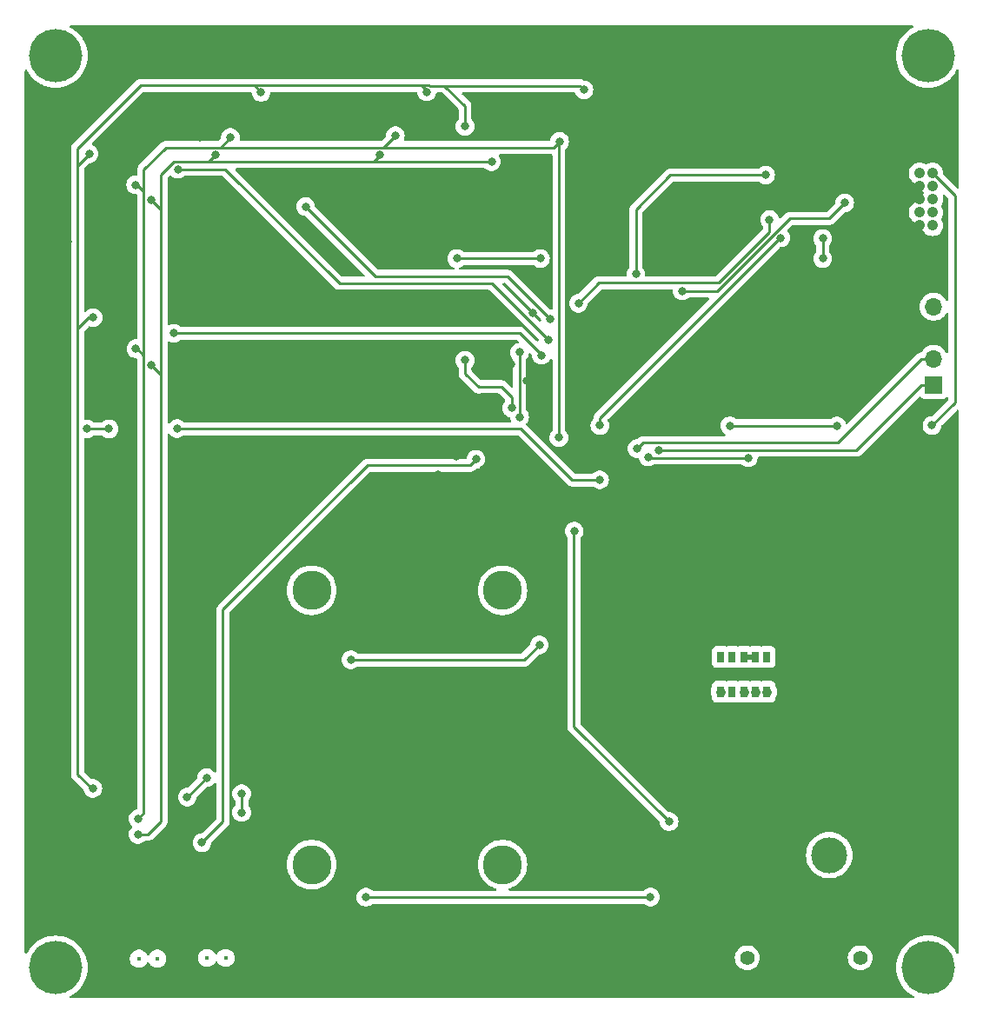
<source format=gbl>
%TF.GenerationSoftware,KiCad,Pcbnew,8.0.4-8.0.4-0~ubuntu22.04.1*%
%TF.CreationDate,2024-08-14T22:53:29+09:00*%
%TF.ProjectId,main,6d61696e-2e6b-4696-9361-645f70636258,rev?*%
%TF.SameCoordinates,Original*%
%TF.FileFunction,Copper,L2,Bot*%
%TF.FilePolarity,Positive*%
%FSLAX46Y46*%
G04 Gerber Fmt 4.6, Leading zero omitted, Abs format (unit mm)*
G04 Created by KiCad (PCBNEW 8.0.4-8.0.4-0~ubuntu22.04.1) date 2024-08-14 22:53:29*
%MOMM*%
%LPD*%
G01*
G04 APERTURE LIST*
%TA.AperFunction,ComponentPad*%
%ADD10C,0.375000*%
%TD*%
%TA.AperFunction,ComponentPad*%
%ADD11C,5.200000*%
%TD*%
%TA.AperFunction,ConnectorPad*%
%ADD12C,5.200000*%
%TD*%
%TA.AperFunction,ComponentPad*%
%ADD13R,1.700000X1.700000*%
%TD*%
%TA.AperFunction,ComponentPad*%
%ADD14O,1.700000X1.700000*%
%TD*%
%TA.AperFunction,ComponentPad*%
%ADD15C,3.800000*%
%TD*%
%TA.AperFunction,ComponentPad*%
%ADD16C,1.070000*%
%TD*%
%TA.AperFunction,ComponentPad*%
%ADD17C,1.400000*%
%TD*%
%TA.AperFunction,ComponentPad*%
%ADD18R,3.500000X3.500000*%
%TD*%
%TA.AperFunction,ComponentPad*%
%ADD19C,3.500000*%
%TD*%
%TA.AperFunction,ComponentPad*%
%ADD20R,0.700000X1.100000*%
%TD*%
%TA.AperFunction,ComponentPad*%
%ADD21R,0.800000X1.100000*%
%TD*%
%TA.AperFunction,ViaPad*%
%ADD22C,0.800000*%
%TD*%
%TA.AperFunction,Conductor*%
%ADD23C,0.500000*%
%TD*%
%TA.AperFunction,Conductor*%
%ADD24C,0.250000*%
%TD*%
%TA.AperFunction,Conductor*%
%ADD25C,0.950000*%
%TD*%
G04 APERTURE END LIST*
D10*
%TO.P,SW2,MH1*%
%TO.N,N/C*%
X111110000Y-139155000D03*
%TO.P,SW2,MH2*%
X109310000Y-139155000D03*
%TD*%
D11*
%TO.P,H3,1*%
%TO.N,N/C*%
X94550000Y-140100000D03*
D12*
X94550000Y-140100000D03*
%TD*%
D13*
%TO.P,J12,1,Pin_1*%
%TO.N,/stm32f405rg/USART1_RX*%
X180086000Y-83355200D03*
D14*
%TO.P,J12,2,Pin_2*%
%TO.N,/stm32f405rg/USART1_TX*%
X180086000Y-80815200D03*
%TO.P,J12,3,Pin_3*%
%TO.N,GND*%
X180086000Y-78275200D03*
%TO.P,J12,4,Pin_4*%
%TO.N,+3.3V*%
X180086000Y-75735200D03*
%TD*%
D15*
%TO.P,H6,1*%
%TO.N,N/C*%
X138090000Y-103360000D03*
%TD*%
%TO.P,H8,1*%
%TO.N,N/C*%
X119490000Y-130060000D03*
%TD*%
%TO.P,H5,1*%
%TO.N,N/C*%
X119490000Y-103360000D03*
%TD*%
D11*
%TO.P,H2,1*%
%TO.N,N/C*%
X179525000Y-51275000D03*
D12*
X179525000Y-51275000D03*
%TD*%
D11*
%TO.P,H4,1*%
%TO.N,N/C*%
X179541600Y-140093000D03*
D12*
X179541600Y-140093000D03*
%TD*%
D16*
%TO.P,J11,1,VTref*%
%TO.N,+3.3V*%
X178705000Y-62730000D03*
%TO.P,J11,2,SWDIO/TMS*%
%TO.N,/stm32f405rg/SWDIO*%
X179975000Y-62730000D03*
%TO.P,J11,3,GND*%
%TO.N,GND*%
X178705000Y-64000000D03*
%TO.P,J11,4,SWDCLK/TCK*%
%TO.N,/stm32f405rg/SWCLK*%
X179975000Y-64000000D03*
%TO.P,J11,5,GND*%
%TO.N,GND*%
X178705000Y-65270000D03*
%TO.P,J11,6,SWO/TDO*%
%TO.N,unconnected-(J11-SWO{slash}TDO-Pad6)*%
X179975000Y-65270000D03*
%TO.P,J11,7,KEY*%
%TO.N,unconnected-(J11-KEY-Pad7)*%
X178705000Y-66540000D03*
%TO.P,J11,8,NC/TDI*%
%TO.N,unconnected-(J11-NC{slash}TDI-Pad8)*%
X179975000Y-66540000D03*
%TO.P,J11,9,GNDDetect*%
%TO.N,GND*%
X178705000Y-67810000D03*
%TO.P,J11,10,~{RESET}*%
%TO.N,/stm32f405rg/NRST*%
X179975000Y-67810000D03*
%TD*%
D15*
%TO.P,H7,1*%
%TO.N,N/C*%
X138090000Y-130060000D03*
%TD*%
D10*
%TO.P,SW1,MH1*%
%TO.N,N/C*%
X104455200Y-139232300D03*
%TO.P,SW1,MH2*%
X102655200Y-139232300D03*
%TD*%
D17*
%TO.P,J1,*%
%TO.N,*%
X172922500Y-139147500D03*
X161922500Y-139147500D03*
D18*
%TO.P,J1,1,Pin_1*%
%TO.N,GND*%
X164922500Y-129147500D03*
D19*
%TO.P,J1,2,Pin_2*%
%TO.N,+BATT*%
X169922500Y-129147500D03*
%TD*%
D11*
%TO.P,H1,1*%
%TO.N,N/C*%
X94550000Y-51300000D03*
D12*
X94550000Y-51300000D03*
%TD*%
D20*
%TO.P,U1,1,EN*%
%TO.N,+BATT*%
X159339900Y-113243200D03*
%TO.P,U1,2,NC*%
%TO.N,unconnected-(U1-NC-Pad2)*%
X160439900Y-113243200D03*
D21*
%TO.P,U1,3,VIN*%
%TO.N,+BATT*%
X161589900Y-113243200D03*
D20*
%TO.P,U1,4,VIN*%
X162739900Y-113243200D03*
%TO.P,U1,5,VIN*%
X163839900Y-113243200D03*
%TO.P,U1,6,GND*%
%TO.N,GND*%
X163839900Y-111543200D03*
%TO.P,U1,7,VOUT*%
%TO.N,+5V*%
X163839900Y-109843200D03*
%TO.P,U1,8,VOUT*%
X162739900Y-109843200D03*
D21*
%TO.P,U1,9,VOUT*%
X161589900Y-109843200D03*
D20*
%TO.P,U1,10,PG*%
%TO.N,unconnected-(U1-PG-Pad10)*%
X160439900Y-109843200D03*
%TO.P,U1,11,FB*%
%TO.N,Net-(U1-FB)*%
X159339900Y-109843200D03*
%TO.P,U1,12,GND*%
%TO.N,GND*%
X159339900Y-111543200D03*
D21*
%TO.P,U1,13,GND*%
X161589900Y-111543200D03*
D20*
%TO.P,U1,14,GND*%
X162739900Y-111543200D03*
%TD*%
D22*
%TO.N,GND*%
X95504000Y-85496400D03*
X151431200Y-99171400D03*
X178664000Y-90424000D03*
X106019600Y-52070000D03*
X108356400Y-69291200D03*
X158120000Y-65760000D03*
X94470000Y-99610000D03*
X145592800Y-51155600D03*
X94386400Y-127863600D03*
X169240000Y-54050000D03*
X137080000Y-67330000D03*
X172190000Y-81290000D03*
X113400000Y-122100000D03*
X117350000Y-84080000D03*
X177380000Y-124510000D03*
X148060000Y-63550000D03*
X147472400Y-69545200D03*
X176685200Y-90164400D03*
X161380000Y-82800000D03*
X176583200Y-99765400D03*
X133625000Y-90300000D03*
X169240000Y-49900000D03*
X132080000Y-65700000D03*
X164050000Y-77560000D03*
X136225000Y-91593400D03*
X116360000Y-91200000D03*
X95504000Y-72593200D03*
X92010000Y-107731400D03*
X140484300Y-82950000D03*
X138074400Y-52070000D03*
X172530000Y-74420000D03*
X124980000Y-65940000D03*
X95402400Y-118618000D03*
X126120000Y-103280000D03*
X117957600Y-62788800D03*
X126550000Y-75950000D03*
X128168400Y-51612800D03*
X154000000Y-141467700D03*
X156625000Y-141542700D03*
X157835600Y-61010800D03*
X122834400Y-71882000D03*
X155110000Y-104950000D03*
X100810000Y-92550000D03*
X140710000Y-101360000D03*
X164435000Y-120595000D03*
X100610000Y-106110000D03*
X178613000Y-105461000D03*
X108966000Y-126136400D03*
X110400000Y-96660000D03*
X164033200Y-53289200D03*
X128320000Y-89170000D03*
X169240000Y-60250000D03*
X156140000Y-124275000D03*
X143108400Y-141369500D03*
X139410000Y-122590000D03*
X131830000Y-92093400D03*
X94284800Y-60756800D03*
X156770000Y-119310000D03*
X140158400Y-141419500D03*
X94589600Y-122021600D03*
X164435000Y-121970000D03*
X154975000Y-84325000D03*
X178463200Y-95599600D03*
X121825000Y-126475000D03*
X136890000Y-114650000D03*
X175768000Y-135534400D03*
X169880000Y-93010000D03*
X98050000Y-82800000D03*
X140035000Y-97390000D03*
X122123200Y-52120800D03*
X163656500Y-102041400D03*
X134300000Y-128490000D03*
X134188253Y-84286747D03*
X101855200Y-136007300D03*
X130302000Y-75793600D03*
X150405000Y-116595000D03*
X92500000Y-116050000D03*
X173840000Y-55110000D03*
X155925000Y-94725000D03*
X126560000Y-123380000D03*
X107400000Y-112890000D03*
X146083400Y-141369500D03*
X95656400Y-56743600D03*
X106629200Y-81991200D03*
X140650000Y-58950000D03*
X160850000Y-93450000D03*
X138900000Y-81300000D03*
X131560000Y-111640000D03*
X113233200Y-51917600D03*
X121827205Y-107842829D03*
X127965200Y-62687200D03*
X155740000Y-49450000D03*
X108625000Y-59250000D03*
X132150000Y-139280000D03*
X165970000Y-100900000D03*
X163210000Y-121270000D03*
X95402400Y-131470400D03*
X128170000Y-97010000D03*
X108650000Y-136170000D03*
X123530000Y-139140000D03*
X150825200Y-52222400D03*
X150355000Y-104770000D03*
X151431200Y-97546400D03*
X118770400Y-52171600D03*
X95707200Y-69392800D03*
X154975000Y-85975000D03*
X124650000Y-59025000D03*
X97586800Y-136398000D03*
X131040000Y-128540000D03*
X149283400Y-141444500D03*
X174930000Y-112620000D03*
X141075000Y-76325000D03*
X162010000Y-121945000D03*
X162010000Y-120595000D03*
X102500000Y-128700000D03*
X165167862Y-65907745D03*
X94488000Y-79451200D03*
X163806500Y-99041400D03*
X141490000Y-73320000D03*
X100250000Y-67900000D03*
X123590000Y-130110000D03*
X134772400Y-52019200D03*
%TO.N,+3.3V*%
X124775000Y-133250000D03*
X152500000Y-133225000D03*
%TO.N,/stm32f405rg/NRST*%
X108810000Y-127920000D03*
X135500000Y-90600000D03*
%TO.N,/imu/SPI_MISO*%
X134431800Y-58168800D03*
X98177903Y-122652903D03*
X97825000Y-60850000D03*
X134431800Y-80950000D03*
X114575000Y-54850000D03*
X98200000Y-76794800D03*
X130700000Y-54808800D03*
X146025000Y-54600000D03*
X138983500Y-85589800D03*
%TO.N,/imu/SPI_CLK*%
X102575000Y-125600000D03*
X111575000Y-59250000D03*
X102375000Y-79825000D03*
X143650000Y-59625000D03*
X127650000Y-59075000D03*
X102350000Y-63850000D03*
X143575000Y-88475000D03*
%TO.N,/imu/SPI_MOSI*%
X139759300Y-86456500D03*
X126138298Y-60950000D03*
X110100000Y-60950000D03*
X103850000Y-65350000D03*
X137025000Y-61600000D03*
X102575000Y-127125000D03*
X103850000Y-81375000D03*
X139750000Y-80175000D03*
%TO.N,/stm32f405rg/SPI2_CS2*%
X141775000Y-71025600D03*
X133629600Y-71025600D03*
%TO.N,/stm32f405rg/SPI2_CS3*%
X142750000Y-76925000D03*
X118900000Y-65975000D03*
%TO.N,/stm32f405rg/SPI2_CS4*%
X106450000Y-62325000D03*
X142535000Y-78925000D03*
%TO.N,/stm32f405rg/SPI2_CS5*%
X106075000Y-78325000D03*
X141883042Y-80453621D03*
%TO.N,/stm32f405rg/SPI2_CS6*%
X109275000Y-121600000D03*
X107375000Y-123500000D03*
%TO.N,/stm32f405rg/SWDIO*%
X170650000Y-87350000D03*
X160225000Y-87325000D03*
X179925000Y-87300000D03*
%TO.N,/stm32f405rg/SWCLK*%
X155600000Y-74200000D03*
X171425000Y-65625000D03*
%TO.N,/stm32f405rg/USART1_RX*%
X153300000Y-89691400D03*
%TO.N,/stm32f405rg/USART1_TX*%
X151175000Y-89543400D03*
%TO.N,/stm32f405rg/SW1*%
X112675000Y-123150000D03*
X112675000Y-125000000D03*
%TO.N,/stm32f405rg/SDIO_CK*%
X145485000Y-75400000D03*
X164100000Y-67250000D03*
%TO.N,/stm32f405rg/SDIO_D0*%
X165178252Y-69028252D03*
X147575000Y-87300000D03*
%TO.N,/stm32f405rg/SDIO_D1*%
X152275000Y-90350000D03*
X162025000Y-90450000D03*
X169275000Y-69094600D03*
X169275000Y-71025000D03*
%TO.N,/stm32f405rg/TIM3_LCD_BL*%
X123310000Y-110125000D03*
X141675000Y-108675000D03*
%TO.N,/stm32f405rg/TIM12_SP*%
X99750000Y-87630000D03*
X147550000Y-92595000D03*
X106390000Y-87600000D03*
X97600000Y-87620000D03*
%TO.N,/stm32f405rg/SDIO_SW*%
X151072653Y-72552653D03*
X163720000Y-62910000D03*
%TO.N,/power/ADC_BATTERY*%
X145070000Y-97580000D03*
X154310000Y-125885000D03*
%TD*%
D23*
%TO.N,+5V*%
X161589900Y-109843200D02*
X162739900Y-109843200D01*
D24*
%TO.N,GND*%
X161589500Y-111543000D02*
X161589700Y-111543000D01*
X163839000Y-111543000D02*
X163839900Y-111543000D01*
D25*
X158789000Y-111543000D02*
X159340100Y-111543000D01*
D24*
X163839900Y-111543000D02*
X163840000Y-111543000D01*
D25*
X162739500Y-111543000D02*
X162739700Y-111543000D01*
X161589700Y-111543000D02*
X161590000Y-111543000D01*
X159340100Y-111543000D02*
X161589000Y-111543000D01*
D24*
X162739000Y-111543000D02*
X162739500Y-111543000D01*
D25*
X162739000Y-111543000D02*
X162739500Y-111543000D01*
X162739700Y-111543000D02*
X162740000Y-111543000D01*
D24*
X162739700Y-111543000D02*
X162739900Y-111543200D01*
X162739700Y-111543000D02*
X162740000Y-111543000D01*
X161589700Y-111543000D02*
X161590000Y-111543000D01*
X161589700Y-111543000D02*
X161589900Y-111543200D01*
D25*
X161589000Y-111543000D02*
X161589500Y-111543000D01*
D24*
X161589000Y-111543000D02*
X161589500Y-111543000D01*
D25*
X161589500Y-111543000D02*
X161589700Y-111543000D01*
D24*
X162739500Y-111543000D02*
X162739700Y-111543000D01*
D25*
X161590000Y-111543000D02*
X162739000Y-111543000D01*
X162740000Y-111543000D02*
X163839000Y-111543000D01*
D24*
X163839900Y-111543200D02*
X163839900Y-111543000D01*
X159340100Y-111543000D02*
X159339900Y-111543200D01*
%TO.N,+3.3V*%
X152475000Y-133250000D02*
X124775000Y-133250000D01*
X152500000Y-133225000D02*
X152475000Y-133250000D01*
%TO.N,/stm32f405rg/NRST*%
X134925000Y-91175000D02*
X135500000Y-90600000D01*
X110850000Y-105250000D02*
X124925000Y-91175000D01*
X110850000Y-125840000D02*
X110850000Y-125880000D01*
X110850000Y-125840000D02*
X110850000Y-105250000D01*
X110850000Y-125880000D02*
X108810000Y-127920000D01*
X124925000Y-91175000D02*
X134925000Y-91175000D01*
D25*
%TO.N,+BATT*%
X163840000Y-113243000D02*
X163839700Y-113243000D01*
X163839500Y-113243000D02*
X163839000Y-113243000D01*
X163839700Y-113243000D02*
X163839500Y-113243000D01*
X162740100Y-113243000D02*
X162740000Y-113243100D01*
X163839700Y-113243000D02*
X163840000Y-113243000D01*
X162739900Y-113243100D02*
X162739900Y-113243200D01*
X163839700Y-113243000D02*
X163839900Y-113243200D01*
X163839000Y-113243000D02*
X163839500Y-113243000D01*
X163839500Y-113243000D02*
X163839700Y-113243000D01*
X162740100Y-113243000D02*
X162740000Y-113243000D01*
X162739100Y-113243100D02*
X162739000Y-113243000D01*
X159339700Y-113243000D02*
X159339900Y-113243200D01*
X161590100Y-113243000D02*
X161589900Y-113243200D01*
X159339700Y-113243000D02*
X159340000Y-113243000D01*
X159339000Y-113243000D02*
X159339700Y-113243000D01*
X162739900Y-113243100D02*
X162739100Y-113243100D01*
X162740000Y-113243100D02*
X162739900Y-113243100D01*
D24*
%TO.N,/imu/SPI_MISO*%
X113900000Y-54175000D02*
X114075000Y-54175000D01*
X98077903Y-122652903D02*
X98177903Y-122652903D01*
X134431800Y-82231800D02*
X134431800Y-80950000D01*
X96680505Y-61994495D02*
X96680505Y-62050000D01*
X130700000Y-54808800D02*
X130700000Y-54675000D01*
X134431800Y-58168800D02*
X134431800Y-56206800D01*
X130700000Y-54675000D02*
X130200000Y-54175000D01*
X138983500Y-84533500D02*
X137975000Y-83525000D01*
X96680505Y-60319495D02*
X96680505Y-62050000D01*
X132375000Y-54200000D02*
X130950000Y-54200000D01*
X96680505Y-121255505D02*
X98077903Y-122652903D01*
X130925000Y-54175000D02*
X130200000Y-54175000D01*
X130950000Y-54200000D02*
X130925000Y-54175000D01*
X137975000Y-83525000D02*
X135775000Y-83525000D01*
X97825000Y-60850000D02*
X96680505Y-61994495D01*
X138983500Y-85589800D02*
X138983500Y-84533500D01*
X134431800Y-56206800D02*
X132425000Y-54200000D01*
X135775000Y-83525000D02*
X135750000Y-83550000D01*
X96680505Y-62050000D02*
X96680505Y-77850000D01*
X102825000Y-54175000D02*
X96680505Y-60319495D01*
X114075000Y-54175000D02*
X102825000Y-54175000D01*
X132425000Y-54200000D02*
X132375000Y-54200000D01*
X135750000Y-83550000D02*
X134431800Y-82231800D01*
X145625000Y-54200000D02*
X132375000Y-54200000D01*
X96680505Y-77850000D02*
X96680505Y-121255505D01*
X97735705Y-76794800D02*
X96680505Y-77850000D01*
X114575000Y-54850000D02*
X113900000Y-54175000D01*
X98200000Y-76794800D02*
X97735705Y-76794800D01*
X130200000Y-54175000D02*
X114075000Y-54175000D01*
X146025000Y-54600000D02*
X145625000Y-54200000D01*
%TO.N,/imu/SPI_CLK*%
X103125000Y-125050000D02*
X103125000Y-80475000D01*
X102350000Y-63850000D02*
X102500000Y-63850000D01*
X126450000Y-60225000D02*
X143050000Y-60225000D01*
X103125000Y-64475000D02*
X103125000Y-62374695D01*
X102375000Y-79825000D02*
X102475000Y-79825000D01*
X143575000Y-59700000D02*
X143650000Y-59625000D01*
X105274695Y-60225000D02*
X110600000Y-60225000D01*
X103125000Y-64475000D02*
X103125000Y-80475000D01*
X143575000Y-88475000D02*
X143575000Y-59700000D01*
X143650000Y-59650000D02*
X143650000Y-59625000D01*
X143050000Y-60225000D02*
X143650000Y-59625000D01*
X102475000Y-79825000D02*
X103125000Y-80475000D01*
X111575000Y-59250000D02*
X110600000Y-60225000D01*
X102500000Y-63850000D02*
X103125000Y-64475000D01*
X126500000Y-60225000D02*
X126450000Y-60225000D01*
X103125000Y-62374695D02*
X105274695Y-60225000D01*
X110600000Y-60225000D02*
X126450000Y-60225000D01*
X127650000Y-59075000D02*
X126500000Y-60225000D01*
X102575000Y-125600000D02*
X103125000Y-125050000D01*
%TO.N,/imu/SPI_MOSI*%
X104800000Y-82325000D02*
X104800000Y-66425000D01*
X137025000Y-61600000D02*
X125525000Y-61600000D01*
X110100000Y-60950000D02*
X109450000Y-61600000D01*
X139759300Y-86456500D02*
X139759300Y-80184300D01*
X139759300Y-80184300D02*
X139750000Y-80175000D01*
X109450000Y-61600000D02*
X109325000Y-61600000D01*
X109325000Y-61600000D02*
X125525000Y-61600000D01*
X103850000Y-65350000D02*
X104800000Y-66300000D01*
X104800000Y-66425000D02*
X104800000Y-62900000D01*
X104800000Y-125850000D02*
X104800000Y-82325000D01*
X126138298Y-60986702D02*
X125525000Y-61600000D01*
X104800000Y-62900000D02*
X106100000Y-61600000D01*
X102575000Y-127125000D02*
X103525000Y-127125000D01*
X106100000Y-61600000D02*
X109325000Y-61600000D01*
X103850000Y-81375000D02*
X104800000Y-82325000D01*
X126138298Y-60950000D02*
X126138298Y-60986702D01*
X104800000Y-66300000D02*
X104800000Y-66425000D01*
X103525000Y-127125000D02*
X104800000Y-125850000D01*
%TO.N,/stm32f405rg/SPI2_CS2*%
X141775000Y-71025600D02*
X133629600Y-71025600D01*
%TO.N,/stm32f405rg/SPI2_CS3*%
X125700000Y-72775000D02*
X118900000Y-65975000D01*
X142750000Y-76925000D02*
X138600000Y-72775000D01*
X138600000Y-72775000D02*
X125700000Y-72775000D01*
%TO.N,/stm32f405rg/SPI2_CS4*%
X106450000Y-62325000D02*
X111075000Y-62325000D01*
X137059600Y-73449600D02*
X142535000Y-78925000D01*
X122199600Y-73449600D02*
X137059600Y-73449600D01*
X111075000Y-62325000D02*
X122199600Y-73449600D01*
%TO.N,/stm32f405rg/SPI2_CS5*%
X141883042Y-80453621D02*
X141883042Y-80433042D01*
X139775000Y-78325000D02*
X106075000Y-78325000D01*
X141883042Y-80433042D02*
X139775000Y-78325000D01*
%TO.N,/stm32f405rg/SPI2_CS6*%
X107375000Y-123500000D02*
X109275000Y-121600000D01*
%TO.N,/stm32f405rg/SWDIO*%
X160225000Y-87325000D02*
X170625000Y-87325000D01*
X182150000Y-85075000D02*
X182150000Y-64905000D01*
X170625000Y-87325000D02*
X170650000Y-87350000D01*
X182150000Y-64905000D02*
X179975000Y-62730000D01*
X179925000Y-87300000D02*
X182150000Y-85075000D01*
%TO.N,/stm32f405rg/SWCLK*%
X155600000Y-74200000D02*
X159000000Y-74200000D01*
X169925000Y-67125000D02*
X169600000Y-67125000D01*
X171425000Y-65625000D02*
X169925000Y-67125000D01*
X166056199Y-67125000D02*
X169600000Y-67125000D01*
X159000000Y-74200000D02*
X164453252Y-68746748D01*
X164453252Y-68727947D02*
X166056199Y-67125000D01*
X164453252Y-68746748D02*
X164453252Y-68727947D01*
%TO.N,/stm32f405rg/USART1_RX*%
X153300000Y-89691400D02*
X172572900Y-89691400D01*
X178909100Y-83355200D02*
X180086000Y-83355200D01*
X172572900Y-89691400D02*
X178909100Y-83355200D01*
%TO.N,/stm32f405rg/USART1_TX*%
X151752000Y-88966400D02*
X170757900Y-88966400D01*
X178909100Y-80815200D02*
X180086000Y-80815200D01*
X151175000Y-89543400D02*
X151752000Y-88966400D01*
X170757900Y-88966400D02*
X178909100Y-80815200D01*
%TO.N,/stm32f405rg/SW1*%
X112675000Y-123150000D02*
X112675000Y-125000000D01*
%TO.N,/stm32f405rg/SDIO_CK*%
X164100000Y-68425000D02*
X164100000Y-67250000D01*
X159125000Y-73400000D02*
X164100000Y-68425000D01*
X145485000Y-75400000D02*
X145485000Y-75375000D01*
X147460000Y-73400000D02*
X159125000Y-73400000D01*
X145485000Y-75375000D02*
X147460000Y-73400000D01*
%TO.N,/stm32f405rg/SDIO_D0*%
X147575000Y-86550000D02*
X147575000Y-87300000D01*
X165178252Y-69028252D02*
X165096748Y-69028252D01*
X165096748Y-69028252D02*
X147575000Y-86550000D01*
%TO.N,/stm32f405rg/SDIO_D1*%
X162025000Y-90450000D02*
X152375000Y-90450000D01*
X169275000Y-69094600D02*
X169275000Y-71025000D01*
X152375000Y-90450000D02*
X152275000Y-90350000D01*
%TO.N,/stm32f405rg/TIM3_LCD_BL*%
X123310000Y-110125000D02*
X123335000Y-110150000D01*
X123335000Y-110150000D02*
X140200000Y-110150000D01*
X140200000Y-110150000D02*
X141675000Y-108675000D01*
%TO.N,/stm32f405rg/TIM12_SP*%
X147550000Y-92595000D02*
X144872495Y-92595000D01*
X139877495Y-87600000D02*
X106390000Y-87600000D01*
X97610000Y-87630000D02*
X97600000Y-87620000D01*
X144872495Y-92595000D02*
X139877495Y-87600000D01*
X99750000Y-87630000D02*
X97610000Y-87630000D01*
%TO.N,/stm32f405rg/SDIO_SW*%
X163720000Y-62910000D02*
X154430000Y-62910000D01*
X151072653Y-72552653D02*
X151072653Y-66267347D01*
X151072653Y-66267347D02*
X151105000Y-66235000D01*
X154430000Y-62910000D02*
X151105000Y-66235000D01*
%TO.N,/power/ADC_BATTERY*%
X154305000Y-125885000D02*
X145020000Y-116600000D01*
X154310000Y-125885000D02*
X154305000Y-125885000D01*
X145020000Y-97630000D02*
X145020000Y-116600000D01*
X145070000Y-97580000D02*
X145020000Y-97630000D01*
%TD*%
%TA.AperFunction,Conductor*%
%TO.N,GND*%
G36*
X139528273Y-78978185D02*
G01*
X139548915Y-78994819D01*
X139629993Y-79075897D01*
X139663478Y-79137220D01*
X139658494Y-79206912D01*
X139616622Y-79262845D01*
X139568094Y-79284868D01*
X139467713Y-79306205D01*
X139293246Y-79383883D01*
X139138745Y-79496135D01*
X139010959Y-79638057D01*
X138915473Y-79803443D01*
X138915470Y-79803450D01*
X138858781Y-79977923D01*
X138856458Y-79985072D01*
X138836496Y-80175000D01*
X138856458Y-80364928D01*
X138856459Y-80364931D01*
X138915470Y-80546549D01*
X138915473Y-80546556D01*
X139010960Y-80711944D01*
X139093951Y-80804114D01*
X139124180Y-80867104D01*
X139125800Y-80887085D01*
X139125800Y-83480533D01*
X139106115Y-83547572D01*
X139053311Y-83593327D01*
X138984153Y-83603271D01*
X138920597Y-83574246D01*
X138914119Y-83568214D01*
X138378836Y-83032931D01*
X138378832Y-83032928D01*
X138275081Y-82963603D01*
X138275072Y-82963598D01*
X138159785Y-82915845D01*
X138159777Y-82915843D01*
X138037398Y-82891500D01*
X138037394Y-82891500D01*
X136038766Y-82891500D01*
X135971727Y-82871815D01*
X135951085Y-82855181D01*
X135101619Y-82005715D01*
X135068134Y-81944392D01*
X135065300Y-81918034D01*
X135065300Y-81651756D01*
X135084985Y-81584717D01*
X135097146Y-81568788D01*
X135170840Y-81486944D01*
X135266327Y-81321556D01*
X135325342Y-81139928D01*
X135345304Y-80950000D01*
X135325342Y-80760072D01*
X135266327Y-80578444D01*
X135170840Y-80413056D01*
X135043053Y-80271134D01*
X134888552Y-80158882D01*
X134714088Y-80081206D01*
X134714086Y-80081205D01*
X134527287Y-80041500D01*
X134336313Y-80041500D01*
X134149514Y-80081205D01*
X133975046Y-80158883D01*
X133820545Y-80271135D01*
X133692759Y-80413057D01*
X133597273Y-80578443D01*
X133597270Y-80578450D01*
X133538259Y-80760068D01*
X133538258Y-80760072D01*
X133518296Y-80950000D01*
X133538258Y-81139928D01*
X133538259Y-81139931D01*
X133597270Y-81321549D01*
X133597273Y-81321556D01*
X133692760Y-81486944D01*
X133766449Y-81568784D01*
X133796680Y-81631775D01*
X133798300Y-81651756D01*
X133798300Y-82294198D01*
X133822643Y-82416577D01*
X133822645Y-82416585D01*
X133870398Y-82531872D01*
X133870403Y-82531881D01*
X133939728Y-82635632D01*
X133939731Y-82635636D01*
X135346163Y-84042068D01*
X135346167Y-84042071D01*
X135449918Y-84111396D01*
X135449924Y-84111399D01*
X135449925Y-84111400D01*
X135565215Y-84159155D01*
X135660886Y-84178185D01*
X135687601Y-84183499D01*
X135687605Y-84183500D01*
X135687606Y-84183500D01*
X135812395Y-84183500D01*
X135812396Y-84183499D01*
X135834439Y-84179114D01*
X135926102Y-84160883D01*
X135950293Y-84158500D01*
X137661234Y-84158500D01*
X137728273Y-84178185D01*
X137748915Y-84194819D01*
X138313681Y-84759585D01*
X138347166Y-84820908D01*
X138350000Y-84847266D01*
X138350000Y-84888041D01*
X138330315Y-84955080D01*
X138318150Y-84971013D01*
X138244463Y-85052850D01*
X138244458Y-85052857D01*
X138148973Y-85218243D01*
X138148970Y-85218250D01*
X138135475Y-85259785D01*
X138089958Y-85399872D01*
X138069996Y-85589800D01*
X138089958Y-85779728D01*
X138089959Y-85779731D01*
X138148970Y-85961349D01*
X138148973Y-85961356D01*
X138244460Y-86126744D01*
X138346790Y-86240394D01*
X138370361Y-86266572D01*
X138372247Y-86268666D01*
X138526748Y-86380918D01*
X138701212Y-86458594D01*
X138756928Y-86470436D01*
X138761201Y-86471345D01*
X138822683Y-86504537D01*
X138856459Y-86565700D01*
X138858740Y-86579671D01*
X138865757Y-86646421D01*
X138865758Y-86646429D01*
X138873786Y-86671135D01*
X138917016Y-86804182D01*
X138919011Y-86874023D01*
X138882931Y-86933856D01*
X138820230Y-86964684D01*
X138799085Y-86966500D01*
X107097309Y-86966500D01*
X107030270Y-86946815D01*
X107005160Y-86925473D01*
X107001254Y-86921135D01*
X106936411Y-86874023D01*
X106846752Y-86808882D01*
X106672288Y-86731206D01*
X106672286Y-86731205D01*
X106485487Y-86691500D01*
X106294513Y-86691500D01*
X106107714Y-86731205D01*
X105933246Y-86808883D01*
X105778745Y-86921135D01*
X105649650Y-87064510D01*
X105590163Y-87101159D01*
X105520306Y-87099828D01*
X105462258Y-87060942D01*
X105434448Y-86996845D01*
X105433500Y-86981538D01*
X105433500Y-79224227D01*
X105453185Y-79157188D01*
X105505989Y-79111433D01*
X105575147Y-79101489D01*
X105611971Y-79114235D01*
X105612311Y-79113474D01*
X105618245Y-79116116D01*
X105618248Y-79116118D01*
X105792712Y-79193794D01*
X105979513Y-79233500D01*
X106170487Y-79233500D01*
X106357288Y-79193794D01*
X106531752Y-79116118D01*
X106686253Y-79003866D01*
X106690160Y-78999527D01*
X106749646Y-78962879D01*
X106782309Y-78958500D01*
X139461234Y-78958500D01*
X139528273Y-78978185D01*
G37*
%TD.AperFunction*%
%TA.AperFunction,Conductor*%
G36*
X105760475Y-62937942D02*
G01*
X105809291Y-62971152D01*
X105838747Y-63003866D01*
X105993248Y-63116118D01*
X106167712Y-63193794D01*
X106354513Y-63233500D01*
X106545487Y-63233500D01*
X106732288Y-63193794D01*
X106906752Y-63116118D01*
X107061253Y-63003866D01*
X107065160Y-62999527D01*
X107124646Y-62962879D01*
X107157309Y-62958500D01*
X110761234Y-62958500D01*
X110828273Y-62978185D01*
X110848915Y-62994819D01*
X121795763Y-73941668D01*
X121795767Y-73941671D01*
X121899518Y-74010996D01*
X121899524Y-74010999D01*
X121899525Y-74011000D01*
X122014815Y-74058755D01*
X122137201Y-74083099D01*
X122137205Y-74083100D01*
X122137206Y-74083100D01*
X122261994Y-74083100D01*
X136745834Y-74083100D01*
X136812873Y-74102785D01*
X136833515Y-74119419D01*
X141588378Y-78874282D01*
X141621863Y-78935605D01*
X141624017Y-78948999D01*
X141626069Y-78968518D01*
X141613502Y-79037248D01*
X141565771Y-79088273D01*
X141498031Y-79105392D01*
X141431789Y-79083171D01*
X141415068Y-79069163D01*
X140178836Y-77832931D01*
X140178832Y-77832928D01*
X140075081Y-77763603D01*
X140075072Y-77763598D01*
X139959785Y-77715845D01*
X139959777Y-77715843D01*
X139837398Y-77691500D01*
X139837394Y-77691500D01*
X106782309Y-77691500D01*
X106715270Y-77671815D01*
X106690160Y-77650473D01*
X106686254Y-77646135D01*
X106553429Y-77549631D01*
X106531752Y-77533882D01*
X106357288Y-77456206D01*
X106357286Y-77456205D01*
X106170487Y-77416500D01*
X105979513Y-77416500D01*
X105792714Y-77456205D01*
X105792712Y-77456206D01*
X105618248Y-77533882D01*
X105618245Y-77533883D01*
X105612311Y-77536526D01*
X105611659Y-77535063D01*
X105551590Y-77549631D01*
X105485565Y-77526773D01*
X105442379Y-77471849D01*
X105433500Y-77425772D01*
X105433500Y-63213765D01*
X105453185Y-63146726D01*
X105469815Y-63126088D01*
X105629460Y-62966442D01*
X105690783Y-62932958D01*
X105760475Y-62937942D01*
G37*
%TD.AperFunction*%
%TA.AperFunction,Conductor*%
G36*
X138353273Y-73428185D02*
G01*
X138373915Y-73444819D01*
X141803378Y-76874282D01*
X141836863Y-76935605D01*
X141839018Y-76949000D01*
X141847530Y-77029980D01*
X141834961Y-77098710D01*
X141787229Y-77149735D01*
X141719489Y-77166853D01*
X141653248Y-77144631D01*
X141636528Y-77130624D01*
X138126085Y-73620181D01*
X138092600Y-73558858D01*
X138097584Y-73489166D01*
X138139456Y-73433233D01*
X138204920Y-73408816D01*
X138213766Y-73408500D01*
X138286234Y-73408500D01*
X138353273Y-73428185D01*
G37*
%TD.AperFunction*%
%TA.AperFunction,Conductor*%
G36*
X142884539Y-60878185D02*
G01*
X142930294Y-60930989D01*
X142941500Y-60982500D01*
X142941500Y-75892500D01*
X142921815Y-75959539D01*
X142869011Y-76005294D01*
X142817500Y-76016500D01*
X142788766Y-76016500D01*
X142721727Y-75996815D01*
X142701085Y-75980181D01*
X139003836Y-72282931D01*
X139003832Y-72282928D01*
X138900081Y-72213603D01*
X138900072Y-72213598D01*
X138784785Y-72165845D01*
X138784777Y-72165843D01*
X138662398Y-72141500D01*
X138662394Y-72141500D01*
X133929126Y-72141500D01*
X133862087Y-72121815D01*
X133816332Y-72069011D01*
X133806388Y-71999853D01*
X133835413Y-71936297D01*
X133894191Y-71898523D01*
X133903346Y-71896210D01*
X133911884Y-71894395D01*
X133911884Y-71894394D01*
X133911888Y-71894394D01*
X134086352Y-71816718D01*
X134240853Y-71704466D01*
X134244760Y-71700127D01*
X134304246Y-71663479D01*
X134336909Y-71659100D01*
X141067691Y-71659100D01*
X141134730Y-71678785D01*
X141159840Y-71700127D01*
X141163747Y-71704466D01*
X141318248Y-71816718D01*
X141492712Y-71894394D01*
X141679513Y-71934100D01*
X141870487Y-71934100D01*
X142057288Y-71894394D01*
X142231752Y-71816718D01*
X142386253Y-71704466D01*
X142514040Y-71562544D01*
X142609527Y-71397156D01*
X142668542Y-71215528D01*
X142688504Y-71025600D01*
X142668542Y-70835672D01*
X142609527Y-70654044D01*
X142514040Y-70488656D01*
X142386253Y-70346734D01*
X142231752Y-70234482D01*
X142057288Y-70156806D01*
X142057286Y-70156805D01*
X141870487Y-70117100D01*
X141679513Y-70117100D01*
X141492714Y-70156805D01*
X141318246Y-70234483D01*
X141163745Y-70346735D01*
X141159840Y-70351073D01*
X141100354Y-70387721D01*
X141067691Y-70392100D01*
X134336909Y-70392100D01*
X134269870Y-70372415D01*
X134244760Y-70351073D01*
X134240854Y-70346735D01*
X134236018Y-70343221D01*
X134086352Y-70234482D01*
X133911888Y-70156806D01*
X133911886Y-70156805D01*
X133725087Y-70117100D01*
X133534113Y-70117100D01*
X133347314Y-70156805D01*
X133172846Y-70234483D01*
X133018345Y-70346735D01*
X132890559Y-70488657D01*
X132795073Y-70654043D01*
X132795070Y-70654050D01*
X132736254Y-70835068D01*
X132736058Y-70835672D01*
X132716096Y-71025600D01*
X132736058Y-71215528D01*
X132736059Y-71215531D01*
X132795070Y-71397149D01*
X132795073Y-71397156D01*
X132890560Y-71562544D01*
X133018347Y-71704466D01*
X133172848Y-71816718D01*
X133347312Y-71894394D01*
X133347314Y-71894394D01*
X133347315Y-71894395D01*
X133355854Y-71896210D01*
X133417336Y-71929402D01*
X133451113Y-71990565D01*
X133446461Y-72060279D01*
X133404857Y-72116412D01*
X133339509Y-72141140D01*
X133330074Y-72141500D01*
X126013766Y-72141500D01*
X125946727Y-72121815D01*
X125926085Y-72105181D01*
X119846620Y-66025716D01*
X119813135Y-65964393D01*
X119810983Y-65951015D01*
X119793542Y-65785072D01*
X119734527Y-65603444D01*
X119639040Y-65438056D01*
X119511253Y-65296134D01*
X119356752Y-65183882D01*
X119182288Y-65106206D01*
X119182286Y-65106205D01*
X118995487Y-65066500D01*
X118804513Y-65066500D01*
X118617714Y-65106205D01*
X118530480Y-65145044D01*
X118480259Y-65167404D01*
X118443246Y-65183883D01*
X118288745Y-65296135D01*
X118160959Y-65438057D01*
X118065473Y-65603443D01*
X118065470Y-65603450D01*
X118006459Y-65785068D01*
X118006458Y-65785072D01*
X117986496Y-65975000D01*
X118006458Y-66164928D01*
X118006459Y-66164931D01*
X118065470Y-66346549D01*
X118065473Y-66346556D01*
X118160960Y-66511944D01*
X118288747Y-66653866D01*
X118443248Y-66766118D01*
X118617712Y-66843794D01*
X118804513Y-66883500D01*
X118861234Y-66883500D01*
X118928273Y-66903185D01*
X118948915Y-66919819D01*
X124633515Y-72604419D01*
X124667000Y-72665742D01*
X124662016Y-72735434D01*
X124620144Y-72791367D01*
X124554680Y-72815784D01*
X124545834Y-72816100D01*
X122513366Y-72816100D01*
X122446327Y-72796415D01*
X122425685Y-72779781D01*
X112091085Y-62445181D01*
X112057600Y-62383858D01*
X112062584Y-62314166D01*
X112104456Y-62258233D01*
X112169920Y-62233816D01*
X112178766Y-62233500D01*
X125462606Y-62233500D01*
X125587394Y-62233500D01*
X136317691Y-62233500D01*
X136384730Y-62253185D01*
X136409840Y-62274527D01*
X136411616Y-62276500D01*
X136413747Y-62278866D01*
X136568248Y-62391118D01*
X136742712Y-62468794D01*
X136929513Y-62508500D01*
X137120487Y-62508500D01*
X137307288Y-62468794D01*
X137481752Y-62391118D01*
X137636253Y-62278866D01*
X137764040Y-62136944D01*
X137859527Y-61971556D01*
X137918542Y-61789928D01*
X137938504Y-61600000D01*
X137918542Y-61410072D01*
X137859527Y-61228444D01*
X137764040Y-61063056D01*
X137760222Y-61057801D01*
X137761937Y-61056554D01*
X137735987Y-61002490D01*
X137744607Y-60933154D01*
X137789344Y-60879485D01*
X137855995Y-60858523D01*
X137858365Y-60858500D01*
X142817500Y-60858500D01*
X142884539Y-60878185D01*
G37*
%TD.AperFunction*%
%TA.AperFunction,Conductor*%
G36*
X178053459Y-48327685D02*
G01*
X178099214Y-48380489D01*
X178109158Y-48449647D01*
X178080133Y-48513203D01*
X178046401Y-48540528D01*
X177868571Y-48638811D01*
X177583821Y-48840851D01*
X177323496Y-49073493D01*
X177323493Y-49073496D01*
X177090851Y-49333821D01*
X176888811Y-49618571D01*
X176719923Y-49924149D01*
X176719921Y-49924153D01*
X176586317Y-50246705D01*
X176489662Y-50582199D01*
X176489660Y-50582207D01*
X176431179Y-50926402D01*
X176431177Y-50926414D01*
X176411602Y-51275000D01*
X176431177Y-51623585D01*
X176431179Y-51623597D01*
X176489660Y-51967792D01*
X176489662Y-51967800D01*
X176586317Y-52303294D01*
X176719921Y-52625846D01*
X176719923Y-52625850D01*
X176888811Y-52931428D01*
X177090851Y-53216178D01*
X177323493Y-53476503D01*
X177323496Y-53476506D01*
X177583821Y-53709148D01*
X177583827Y-53709152D01*
X177583828Y-53709153D01*
X177868572Y-53911189D01*
X178174147Y-54080075D01*
X178174149Y-54080076D01*
X178174153Y-54080078D01*
X178496705Y-54213682D01*
X178496710Y-54213684D01*
X178832204Y-54310339D01*
X179176410Y-54368822D01*
X179525000Y-54388398D01*
X179873590Y-54368822D01*
X180217796Y-54310339D01*
X180553290Y-54213684D01*
X180875853Y-54080075D01*
X181181428Y-53911189D01*
X181466172Y-53709153D01*
X181495515Y-53682931D01*
X181573098Y-53613598D01*
X181726505Y-53476505D01*
X181885881Y-53298162D01*
X181959148Y-53216178D01*
X181959149Y-53216176D01*
X181959153Y-53216172D01*
X182161189Y-52931428D01*
X182309072Y-52663855D01*
X182358729Y-52614702D01*
X182427077Y-52600199D01*
X182492416Y-52624949D01*
X182534001Y-52681096D01*
X182541600Y-52723836D01*
X182541600Y-64101334D01*
X182521915Y-64168373D01*
X182469111Y-64214128D01*
X182399953Y-64224072D01*
X182336397Y-64195047D01*
X182329919Y-64189015D01*
X181051332Y-62910428D01*
X181017847Y-62849105D01*
X181015610Y-62810597D01*
X181023549Y-62730000D01*
X181003401Y-62525438D01*
X180943733Y-62328738D01*
X180892828Y-62233500D01*
X180846838Y-62147458D01*
X180846836Y-62147455D01*
X180716436Y-61988563D01*
X180557544Y-61858163D01*
X180557541Y-61858161D01*
X180376264Y-61761268D01*
X180376263Y-61761267D01*
X180376262Y-61761267D01*
X180179562Y-61701599D01*
X180179560Y-61701598D01*
X180179562Y-61701598D01*
X179975000Y-61681451D01*
X179770439Y-61701598D01*
X179573737Y-61761267D01*
X179398452Y-61854958D01*
X179330050Y-61869199D01*
X179281548Y-61854958D01*
X179106262Y-61761267D01*
X179097140Y-61758500D01*
X178909562Y-61701599D01*
X178909560Y-61701598D01*
X178909562Y-61701598D01*
X178705000Y-61681451D01*
X178500439Y-61701598D01*
X178303735Y-61761268D01*
X178122458Y-61858161D01*
X178122455Y-61858163D01*
X177963563Y-61988563D01*
X177833163Y-62147455D01*
X177833161Y-62147458D01*
X177736268Y-62328735D01*
X177676598Y-62525439D01*
X177656451Y-62730000D01*
X177676598Y-62934560D01*
X177681670Y-62951280D01*
X177734696Y-63126084D01*
X177736268Y-63131264D01*
X177833161Y-63312541D01*
X177833163Y-63312544D01*
X177963563Y-63471436D01*
X178122455Y-63601836D01*
X178122458Y-63601838D01*
X178220353Y-63654163D01*
X178303738Y-63698733D01*
X178500438Y-63758401D01*
X178500437Y-63758401D01*
X178520585Y-63760385D01*
X178705000Y-63778549D01*
X178800279Y-63769164D01*
X178868923Y-63782182D01*
X178919634Y-63830247D01*
X178936309Y-63898098D01*
X178935835Y-63904721D01*
X178926451Y-63999999D01*
X178946598Y-64204560D01*
X179006267Y-64401262D01*
X179099958Y-64576548D01*
X179114199Y-64644950D01*
X179099958Y-64693452D01*
X179006267Y-64868737D01*
X178946598Y-65065439D01*
X178926451Y-65270000D01*
X178935835Y-65365278D01*
X178922816Y-65433924D01*
X178874751Y-65484634D01*
X178806900Y-65501309D01*
X178800278Y-65500835D01*
X178705000Y-65491451D01*
X178500439Y-65511598D01*
X178303735Y-65571268D01*
X178122458Y-65668161D01*
X178122455Y-65668163D01*
X177963563Y-65798563D01*
X177833163Y-65957455D01*
X177833161Y-65957458D01*
X177736268Y-66138735D01*
X177676598Y-66335439D01*
X177656451Y-66540000D01*
X177676598Y-66744560D01*
X177676599Y-66744562D01*
X177729762Y-66919819D01*
X177736268Y-66941264D01*
X177833161Y-67122541D01*
X177833163Y-67122544D01*
X177963563Y-67281436D01*
X178122455Y-67411836D01*
X178122458Y-67411838D01*
X178220353Y-67464163D01*
X178303738Y-67508733D01*
X178500438Y-67568401D01*
X178500437Y-67568401D01*
X178520585Y-67570385D01*
X178705000Y-67588549D01*
X178800279Y-67579164D01*
X178868923Y-67592182D01*
X178919634Y-67640247D01*
X178936309Y-67708098D01*
X178935835Y-67714721D01*
X178926451Y-67809999D01*
X178946598Y-68014560D01*
X178946599Y-68014562D01*
X178998634Y-68186100D01*
X179006268Y-68211264D01*
X179103161Y-68392541D01*
X179103163Y-68392544D01*
X179233563Y-68551436D01*
X179392455Y-68681836D01*
X179392458Y-68681838D01*
X179490353Y-68734163D01*
X179573738Y-68778733D01*
X179770438Y-68838401D01*
X179770437Y-68838401D01*
X179788778Y-68840207D01*
X179975000Y-68858549D01*
X180179562Y-68838401D01*
X180376262Y-68778733D01*
X180557543Y-68681837D01*
X180716436Y-68551436D01*
X180846837Y-68392543D01*
X180943733Y-68211262D01*
X181003401Y-68014562D01*
X181023549Y-67810000D01*
X181003401Y-67605438D01*
X180943733Y-67408738D01*
X180850042Y-67233453D01*
X180835800Y-67165050D01*
X180850042Y-67116547D01*
X180889626Y-67042489D01*
X180943733Y-66941262D01*
X181003401Y-66744562D01*
X181023549Y-66540000D01*
X181003401Y-66335438D01*
X180943733Y-66138738D01*
X180852083Y-65967272D01*
X180850042Y-65963453D01*
X180835800Y-65895050D01*
X180850042Y-65846547D01*
X180875690Y-65798563D01*
X180943733Y-65671262D01*
X181003401Y-65474562D01*
X181023549Y-65270000D01*
X181003401Y-65065438D01*
X180968079Y-64948999D01*
X180967457Y-64879136D01*
X181004705Y-64820023D01*
X181067999Y-64790432D01*
X181137243Y-64799757D01*
X181174422Y-64825326D01*
X181480181Y-65131085D01*
X181513666Y-65192408D01*
X181516500Y-65218766D01*
X181516500Y-75024776D01*
X181496815Y-75091815D01*
X181444011Y-75137570D01*
X181374853Y-75147514D01*
X181311297Y-75118489D01*
X181288532Y-75090136D01*
X181287666Y-75090703D01*
X181161723Y-74897934D01*
X181161715Y-74897923D01*
X181009243Y-74732297D01*
X181009238Y-74732292D01*
X180831577Y-74594012D01*
X180831572Y-74594008D01*
X180633580Y-74486861D01*
X180633577Y-74486859D01*
X180633574Y-74486858D01*
X180633571Y-74486857D01*
X180633569Y-74486856D01*
X180420637Y-74413756D01*
X180198569Y-74376700D01*
X179973431Y-74376700D01*
X179751362Y-74413756D01*
X179538430Y-74486856D01*
X179538419Y-74486861D01*
X179340427Y-74594008D01*
X179340422Y-74594012D01*
X179162761Y-74732292D01*
X179162756Y-74732297D01*
X179010284Y-74897923D01*
X179010276Y-74897934D01*
X178887140Y-75086407D01*
X178796703Y-75292585D01*
X178741436Y-75510828D01*
X178741434Y-75510840D01*
X178722844Y-75735194D01*
X178722844Y-75735205D01*
X178741434Y-75959559D01*
X178741436Y-75959571D01*
X178796703Y-76177814D01*
X178887140Y-76383992D01*
X179010276Y-76572465D01*
X179010284Y-76572476D01*
X179162756Y-76738102D01*
X179162760Y-76738106D01*
X179340424Y-76876389D01*
X179340425Y-76876389D01*
X179340427Y-76876391D01*
X179449846Y-76935605D01*
X179538426Y-76983542D01*
X179751365Y-77056644D01*
X179973431Y-77093700D01*
X180198569Y-77093700D01*
X180420635Y-77056644D01*
X180633574Y-76983542D01*
X180831576Y-76876389D01*
X181009240Y-76738106D01*
X181131892Y-76604872D01*
X181161715Y-76572476D01*
X181161716Y-76572474D01*
X181161722Y-76572468D01*
X181259215Y-76423244D01*
X181287666Y-76379697D01*
X181289265Y-76380742D01*
X181332662Y-76337016D01*
X181400878Y-76321906D01*
X181466434Y-76346075D01*
X181508517Y-76401850D01*
X181516500Y-76445623D01*
X181516500Y-80104776D01*
X181496815Y-80171815D01*
X181444011Y-80217570D01*
X181374853Y-80227514D01*
X181311297Y-80198489D01*
X181288532Y-80170136D01*
X181287666Y-80170703D01*
X181203253Y-80041500D01*
X181161722Y-79977932D01*
X181161719Y-79977929D01*
X181161715Y-79977923D01*
X181009243Y-79812297D01*
X181009238Y-79812292D01*
X180831577Y-79674012D01*
X180831572Y-79674008D01*
X180633580Y-79566861D01*
X180633577Y-79566859D01*
X180633574Y-79566858D01*
X180633571Y-79566857D01*
X180633569Y-79566856D01*
X180420637Y-79493756D01*
X180198569Y-79456700D01*
X179973431Y-79456700D01*
X179751362Y-79493756D01*
X179538430Y-79566856D01*
X179538419Y-79566861D01*
X179340427Y-79674008D01*
X179340422Y-79674012D01*
X179162761Y-79812292D01*
X179162756Y-79812297D01*
X179010284Y-79977923D01*
X179010276Y-79977934D01*
X178910200Y-80131111D01*
X178857054Y-80176468D01*
X178830584Y-80184906D01*
X178724317Y-80206044D01*
X178724314Y-80206045D01*
X178690548Y-80220029D01*
X178690549Y-80220030D01*
X178609026Y-80253798D01*
X178609022Y-80253800D01*
X178505271Y-80323124D01*
X178505263Y-80323130D01*
X171717225Y-87111169D01*
X171655902Y-87144654D01*
X171586210Y-87139670D01*
X171530277Y-87097798D01*
X171511613Y-87061806D01*
X171484529Y-86978449D01*
X171484526Y-86978443D01*
X171477631Y-86966500D01*
X171389040Y-86813056D01*
X171261253Y-86671134D01*
X171106752Y-86558882D01*
X170932288Y-86481206D01*
X170932286Y-86481205D01*
X170745487Y-86441500D01*
X170554513Y-86441500D01*
X170367714Y-86481205D01*
X170193246Y-86558883D01*
X170139075Y-86598241D01*
X170043310Y-86667818D01*
X169977506Y-86691298D01*
X169970426Y-86691500D01*
X160932309Y-86691500D01*
X160865270Y-86671815D01*
X160840160Y-86650473D01*
X160836254Y-86646135D01*
X160835850Y-86645841D01*
X160681752Y-86533882D01*
X160507288Y-86456206D01*
X160507286Y-86456205D01*
X160320487Y-86416500D01*
X160129513Y-86416500D01*
X159942714Y-86456205D01*
X159768246Y-86533883D01*
X159613745Y-86646135D01*
X159485959Y-86788057D01*
X159390473Y-86953443D01*
X159390470Y-86953450D01*
X159336332Y-87120070D01*
X159331458Y-87135072D01*
X159311496Y-87325000D01*
X159331458Y-87514928D01*
X159331459Y-87514931D01*
X159390470Y-87696549D01*
X159390473Y-87696556D01*
X159485960Y-87861944D01*
X159613747Y-88003866D01*
X159757876Y-88108582D01*
X159800541Y-88163912D01*
X159806520Y-88233526D01*
X159773914Y-88295321D01*
X159713075Y-88329678D01*
X159684990Y-88332900D01*
X151689601Y-88332900D01*
X151567222Y-88357243D01*
X151567214Y-88357245D01*
X151451927Y-88404998D01*
X151451918Y-88405003D01*
X151348168Y-88474327D01*
X151313996Y-88508500D01*
X151223913Y-88598582D01*
X151162593Y-88632066D01*
X151136234Y-88634900D01*
X151079513Y-88634900D01*
X150892714Y-88674605D01*
X150718246Y-88752283D01*
X150563745Y-88864535D01*
X150435959Y-89006457D01*
X150340473Y-89171843D01*
X150340470Y-89171850D01*
X150281459Y-89353468D01*
X150281458Y-89353472D01*
X150261496Y-89543400D01*
X150281458Y-89733328D01*
X150281459Y-89733331D01*
X150340470Y-89914949D01*
X150340473Y-89914956D01*
X150435960Y-90080344D01*
X150563747Y-90222266D01*
X150718248Y-90334518D01*
X150892712Y-90412194D01*
X151079513Y-90451900D01*
X151262765Y-90451900D01*
X151329804Y-90471585D01*
X151375559Y-90524389D01*
X151380696Y-90537582D01*
X151440470Y-90721550D01*
X151440473Y-90721556D01*
X151535960Y-90886944D01*
X151663747Y-91028866D01*
X151818248Y-91141118D01*
X151992712Y-91218794D01*
X152179513Y-91258500D01*
X152370487Y-91258500D01*
X152557288Y-91218794D01*
X152731752Y-91141118D01*
X152737500Y-91136942D01*
X152778462Y-91107182D01*
X152844268Y-91083702D01*
X152851347Y-91083500D01*
X161317691Y-91083500D01*
X161384730Y-91103185D01*
X161409840Y-91124527D01*
X161413747Y-91128866D01*
X161568248Y-91241118D01*
X161742712Y-91318794D01*
X161929513Y-91358500D01*
X162120487Y-91358500D01*
X162307288Y-91318794D01*
X162481752Y-91241118D01*
X162636253Y-91128866D01*
X162764040Y-90986944D01*
X162859527Y-90821556D01*
X162918542Y-90639928D01*
X162938504Y-90450000D01*
X162938504Y-90449997D01*
X162938504Y-90448900D01*
X162938683Y-90448288D01*
X162939183Y-90443537D01*
X162940051Y-90443628D01*
X162958189Y-90381861D01*
X163010993Y-90336106D01*
X163062504Y-90324900D01*
X172635295Y-90324900D01*
X172635296Y-90324899D01*
X172757685Y-90300555D01*
X172872975Y-90252800D01*
X172976733Y-90183471D01*
X178651253Y-84508949D01*
X178712574Y-84475466D01*
X178782266Y-84480450D01*
X178838198Y-84522321D01*
X178865572Y-84558887D01*
X178872739Y-84568461D01*
X178989796Y-84656089D01*
X179126799Y-84707189D01*
X179154050Y-84710118D01*
X179187345Y-84713699D01*
X179187362Y-84713700D01*
X180984638Y-84713700D01*
X180984654Y-84713699D01*
X181011692Y-84710791D01*
X181045201Y-84707189D01*
X181182204Y-84656089D01*
X181299261Y-84568461D01*
X181299263Y-84568457D01*
X181304819Y-84562903D01*
X181366142Y-84529418D01*
X181435834Y-84534402D01*
X181491767Y-84576274D01*
X181516184Y-84641738D01*
X181516500Y-84650584D01*
X181516500Y-84761234D01*
X181496815Y-84828273D01*
X181480181Y-84848915D01*
X179973915Y-86355181D01*
X179912592Y-86388666D01*
X179886234Y-86391500D01*
X179829513Y-86391500D01*
X179642714Y-86431205D01*
X179468246Y-86508883D01*
X179313745Y-86621135D01*
X179185959Y-86763057D01*
X179090473Y-86928443D01*
X179090470Y-86928450D01*
X179034354Y-87101159D01*
X179031458Y-87110072D01*
X179011496Y-87300000D01*
X179031458Y-87489928D01*
X179031459Y-87489931D01*
X179090470Y-87671549D01*
X179090473Y-87671556D01*
X179185960Y-87836944D01*
X179313747Y-87978866D01*
X179468248Y-88091118D01*
X179642712Y-88168794D01*
X179829513Y-88208500D01*
X180020487Y-88208500D01*
X180207288Y-88168794D01*
X180381752Y-88091118D01*
X180536253Y-87978866D01*
X180664040Y-87836944D01*
X180759527Y-87671556D01*
X180818542Y-87489928D01*
X180835981Y-87323997D01*
X180862564Y-87259387D01*
X180871611Y-87249291D01*
X182329920Y-85790983D01*
X182391242Y-85757499D01*
X182460934Y-85762483D01*
X182516867Y-85804355D01*
X182541284Y-85869819D01*
X182541600Y-85878665D01*
X182541600Y-138614128D01*
X182521915Y-138681167D01*
X182469111Y-138726922D01*
X182399953Y-138736866D01*
X182336397Y-138707841D01*
X182309072Y-138674109D01*
X182195568Y-138468741D01*
X182177789Y-138436572D01*
X181975753Y-138151828D01*
X181975752Y-138151827D01*
X181975748Y-138151821D01*
X181743106Y-137891496D01*
X181743103Y-137891493D01*
X181482778Y-137658851D01*
X181198028Y-137456811D01*
X180892450Y-137287923D01*
X180892446Y-137287921D01*
X180569894Y-137154317D01*
X180234400Y-137057662D01*
X180234392Y-137057660D01*
X179890197Y-136999179D01*
X179890185Y-136999177D01*
X179541600Y-136979602D01*
X179193014Y-136999177D01*
X179193002Y-136999179D01*
X178848807Y-137057660D01*
X178848799Y-137057662D01*
X178513305Y-137154317D01*
X178190753Y-137287921D01*
X178190749Y-137287923D01*
X177885171Y-137456811D01*
X177600421Y-137658851D01*
X177340096Y-137891493D01*
X177340093Y-137891496D01*
X177107451Y-138151821D01*
X176905411Y-138436571D01*
X176736523Y-138742149D01*
X176736521Y-138742153D01*
X176602917Y-139064705D01*
X176506262Y-139400199D01*
X176506260Y-139400207D01*
X176447779Y-139744402D01*
X176447777Y-139744414D01*
X176428202Y-140093000D01*
X176447777Y-140441585D01*
X176447779Y-140441597D01*
X176506260Y-140785792D01*
X176506262Y-140785800D01*
X176602917Y-141121294D01*
X176736521Y-141443846D01*
X176736523Y-141443850D01*
X176905411Y-141749428D01*
X177107451Y-142034178D01*
X177340093Y-142294503D01*
X177340096Y-142294506D01*
X177600421Y-142527148D01*
X177600427Y-142527152D01*
X177600428Y-142527153D01*
X177885172Y-142729189D01*
X178122710Y-142860472D01*
X178171863Y-142910129D01*
X178186366Y-142978477D01*
X178161616Y-143043816D01*
X178105469Y-143085401D01*
X178062729Y-143093000D01*
X96041537Y-143093000D01*
X95974498Y-143073315D01*
X95928743Y-143020511D01*
X95918799Y-142951353D01*
X95947824Y-142887797D01*
X95981556Y-142860472D01*
X96010495Y-142844477D01*
X96206428Y-142736189D01*
X96491172Y-142534153D01*
X96751505Y-142301505D01*
X96984153Y-142041172D01*
X97186189Y-141756428D01*
X97355075Y-141450853D01*
X97357975Y-141443853D01*
X97488682Y-141128294D01*
X97488684Y-141128290D01*
X97585339Y-140792796D01*
X97643822Y-140448590D01*
X97663398Y-140100000D01*
X97643822Y-139751410D01*
X97585339Y-139407204D01*
X97509879Y-139145278D01*
X101771700Y-139145278D01*
X101771700Y-139319321D01*
X101805650Y-139489999D01*
X101805653Y-139490011D01*
X101872249Y-139650789D01*
X101872250Y-139650791D01*
X101968940Y-139795497D01*
X101968943Y-139795501D01*
X102091998Y-139918556D01*
X102092002Y-139918559D01*
X102236706Y-140015248D01*
X102236707Y-140015248D01*
X102236708Y-140015249D01*
X102236710Y-140015250D01*
X102385308Y-140076801D01*
X102397493Y-140081848D01*
X102568178Y-140115799D01*
X102568182Y-140115800D01*
X102568183Y-140115800D01*
X102742218Y-140115800D01*
X102742219Y-140115799D01*
X102912907Y-140081848D01*
X103073694Y-140015248D01*
X103218398Y-139918559D01*
X103341459Y-139795498D01*
X103438148Y-139650794D01*
X103440638Y-139644783D01*
X103484478Y-139590378D01*
X103550772Y-139568312D01*
X103618471Y-139585590D01*
X103666083Y-139636726D01*
X103669762Y-139644783D01*
X103672250Y-139650791D01*
X103768940Y-139795497D01*
X103768943Y-139795501D01*
X103891998Y-139918556D01*
X103892002Y-139918559D01*
X104036706Y-140015248D01*
X104036707Y-140015248D01*
X104036708Y-140015249D01*
X104036710Y-140015250D01*
X104185308Y-140076801D01*
X104197493Y-140081848D01*
X104368178Y-140115799D01*
X104368182Y-140115800D01*
X104368183Y-140115800D01*
X104542218Y-140115800D01*
X104542219Y-140115799D01*
X104712907Y-140081848D01*
X104873694Y-140015248D01*
X105018398Y-139918559D01*
X105141459Y-139795498D01*
X105238148Y-139650794D01*
X105304748Y-139490007D01*
X105338700Y-139319317D01*
X105338700Y-139145283D01*
X105323323Y-139067978D01*
X108426500Y-139067978D01*
X108426500Y-139242021D01*
X108460450Y-139412699D01*
X108460453Y-139412711D01*
X108527049Y-139573489D01*
X108527050Y-139573491D01*
X108623740Y-139718197D01*
X108623743Y-139718201D01*
X108746798Y-139841256D01*
X108746802Y-139841259D01*
X108891506Y-139937948D01*
X108891507Y-139937948D01*
X108891508Y-139937949D01*
X108891510Y-139937950D01*
X109052288Y-140004546D01*
X109052293Y-140004548D01*
X109222978Y-140038499D01*
X109222982Y-140038500D01*
X109222983Y-140038500D01*
X109397018Y-140038500D01*
X109397019Y-140038499D01*
X109567707Y-140004548D01*
X109728494Y-139937948D01*
X109873198Y-139841259D01*
X109996259Y-139718198D01*
X110092948Y-139573494D01*
X110094419Y-139569941D01*
X110095438Y-139567483D01*
X110139278Y-139513078D01*
X110205572Y-139491012D01*
X110273271Y-139508290D01*
X110320883Y-139559426D01*
X110324562Y-139567483D01*
X110327050Y-139573491D01*
X110423740Y-139718197D01*
X110423743Y-139718201D01*
X110546798Y-139841256D01*
X110546802Y-139841259D01*
X110691506Y-139937948D01*
X110691507Y-139937948D01*
X110691508Y-139937949D01*
X110691510Y-139937950D01*
X110852288Y-140004546D01*
X110852293Y-140004548D01*
X111022978Y-140038499D01*
X111022982Y-140038500D01*
X111022983Y-140038500D01*
X111197018Y-140038500D01*
X111197019Y-140038499D01*
X111367707Y-140004548D01*
X111528494Y-139937948D01*
X111673198Y-139841259D01*
X111796259Y-139718198D01*
X111892948Y-139573494D01*
X111959548Y-139412707D01*
X111993500Y-139242017D01*
X111993500Y-139147498D01*
X160709384Y-139147498D01*
X160709384Y-139147501D01*
X160727813Y-139358149D01*
X160727815Y-139358160D01*
X160782541Y-139562402D01*
X160782543Y-139562406D01*
X160782544Y-139562410D01*
X160787713Y-139573494D01*
X160871910Y-139754056D01*
X160871911Y-139754058D01*
X160993200Y-139927278D01*
X161142721Y-140076799D01*
X161142724Y-140076801D01*
X161315942Y-140198089D01*
X161507590Y-140287456D01*
X161711845Y-140342186D01*
X161862312Y-140355350D01*
X161922498Y-140360616D01*
X161922500Y-140360616D01*
X161922502Y-140360616D01*
X161975163Y-140356008D01*
X162133155Y-140342186D01*
X162337410Y-140287456D01*
X162529058Y-140198089D01*
X162702276Y-140076801D01*
X162851801Y-139927276D01*
X162973089Y-139754058D01*
X163062456Y-139562410D01*
X163117186Y-139358155D01*
X163135616Y-139147500D01*
X163135616Y-139147498D01*
X171709384Y-139147498D01*
X171709384Y-139147501D01*
X171727813Y-139358149D01*
X171727815Y-139358160D01*
X171782541Y-139562402D01*
X171782543Y-139562406D01*
X171782544Y-139562410D01*
X171787713Y-139573494D01*
X171871910Y-139754056D01*
X171871911Y-139754058D01*
X171993200Y-139927278D01*
X172142721Y-140076799D01*
X172142724Y-140076801D01*
X172315942Y-140198089D01*
X172507590Y-140287456D01*
X172711845Y-140342186D01*
X172862312Y-140355350D01*
X172922498Y-140360616D01*
X172922500Y-140360616D01*
X172922502Y-140360616D01*
X172975163Y-140356008D01*
X173133155Y-140342186D01*
X173337410Y-140287456D01*
X173529058Y-140198089D01*
X173702276Y-140076801D01*
X173851801Y-139927276D01*
X173973089Y-139754058D01*
X174062456Y-139562410D01*
X174117186Y-139358155D01*
X174135616Y-139147500D01*
X174117186Y-138936845D01*
X174069791Y-138759964D01*
X174062458Y-138732597D01*
X174062457Y-138732596D01*
X174062456Y-138732590D01*
X173973089Y-138540942D01*
X173862322Y-138382750D01*
X173851799Y-138367721D01*
X173702278Y-138218200D01*
X173529058Y-138096911D01*
X173529056Y-138096910D01*
X173507571Y-138086891D01*
X173337410Y-138007544D01*
X173337406Y-138007543D01*
X173337402Y-138007541D01*
X173133160Y-137952815D01*
X173133156Y-137952814D01*
X173133155Y-137952814D01*
X173133154Y-137952813D01*
X173133149Y-137952813D01*
X172922502Y-137934384D01*
X172922498Y-137934384D01*
X172711850Y-137952813D01*
X172711839Y-137952815D01*
X172507597Y-138007541D01*
X172507588Y-138007545D01*
X172315943Y-138096910D01*
X172315941Y-138096911D01*
X172142721Y-138218200D01*
X171993200Y-138367721D01*
X171871911Y-138540941D01*
X171871910Y-138540943D01*
X171782545Y-138732588D01*
X171782541Y-138732597D01*
X171727815Y-138936839D01*
X171727813Y-138936850D01*
X171709384Y-139147498D01*
X163135616Y-139147498D01*
X163117186Y-138936845D01*
X163069791Y-138759964D01*
X163062458Y-138732597D01*
X163062457Y-138732596D01*
X163062456Y-138732590D01*
X162973089Y-138540942D01*
X162862322Y-138382750D01*
X162851799Y-138367721D01*
X162702278Y-138218200D01*
X162529058Y-138096911D01*
X162529056Y-138096910D01*
X162507571Y-138086891D01*
X162337410Y-138007544D01*
X162337406Y-138007543D01*
X162337402Y-138007541D01*
X162133160Y-137952815D01*
X162133156Y-137952814D01*
X162133155Y-137952814D01*
X162133154Y-137952813D01*
X162133149Y-137952813D01*
X161922502Y-137934384D01*
X161922498Y-137934384D01*
X161711850Y-137952813D01*
X161711839Y-137952815D01*
X161507597Y-138007541D01*
X161507588Y-138007545D01*
X161315943Y-138096910D01*
X161315941Y-138096911D01*
X161142721Y-138218200D01*
X160993200Y-138367721D01*
X160871911Y-138540941D01*
X160871910Y-138540943D01*
X160782545Y-138732588D01*
X160782541Y-138732597D01*
X160727815Y-138936839D01*
X160727813Y-138936850D01*
X160709384Y-139147498D01*
X111993500Y-139147498D01*
X111993500Y-139067983D01*
X111959548Y-138897293D01*
X111927113Y-138818987D01*
X111892950Y-138736510D01*
X111892949Y-138736508D01*
X111892084Y-138735214D01*
X111796259Y-138591802D01*
X111796256Y-138591798D01*
X111673201Y-138468743D01*
X111673197Y-138468740D01*
X111528491Y-138372050D01*
X111528489Y-138372049D01*
X111367711Y-138305453D01*
X111367699Y-138305450D01*
X111197021Y-138271500D01*
X111197017Y-138271500D01*
X111022983Y-138271500D01*
X111022978Y-138271500D01*
X110852300Y-138305450D01*
X110852288Y-138305453D01*
X110691510Y-138372049D01*
X110691508Y-138372050D01*
X110546802Y-138468740D01*
X110546798Y-138468743D01*
X110423743Y-138591798D01*
X110423740Y-138591802D01*
X110327051Y-138736506D01*
X110324561Y-138742520D01*
X110280719Y-138796923D01*
X110214425Y-138818987D01*
X110146725Y-138801707D01*
X110099115Y-138750569D01*
X110095439Y-138742520D01*
X110092948Y-138736506D01*
X109996259Y-138591802D01*
X109996256Y-138591798D01*
X109873201Y-138468743D01*
X109873197Y-138468740D01*
X109728491Y-138372050D01*
X109728489Y-138372049D01*
X109567711Y-138305453D01*
X109567699Y-138305450D01*
X109397021Y-138271500D01*
X109397017Y-138271500D01*
X109222983Y-138271500D01*
X109222978Y-138271500D01*
X109052300Y-138305450D01*
X109052288Y-138305453D01*
X108891510Y-138372049D01*
X108891508Y-138372050D01*
X108746802Y-138468740D01*
X108746798Y-138468743D01*
X108623743Y-138591798D01*
X108623740Y-138591802D01*
X108527050Y-138736508D01*
X108527049Y-138736510D01*
X108460453Y-138897288D01*
X108460450Y-138897300D01*
X108426500Y-139067978D01*
X105323323Y-139067978D01*
X105304748Y-138974593D01*
X105304746Y-138974588D01*
X105238150Y-138813810D01*
X105238149Y-138813808D01*
X105230063Y-138801707D01*
X105141459Y-138669102D01*
X105141456Y-138669098D01*
X105018401Y-138546043D01*
X105018397Y-138546040D01*
X104873691Y-138449350D01*
X104873689Y-138449349D01*
X104712911Y-138382753D01*
X104712899Y-138382750D01*
X104542221Y-138348800D01*
X104542217Y-138348800D01*
X104368183Y-138348800D01*
X104368178Y-138348800D01*
X104197500Y-138382750D01*
X104197488Y-138382753D01*
X104036710Y-138449349D01*
X104036708Y-138449350D01*
X103892002Y-138546040D01*
X103891998Y-138546043D01*
X103768943Y-138669098D01*
X103768940Y-138669102D01*
X103672251Y-138813806D01*
X103669761Y-138819820D01*
X103625919Y-138874223D01*
X103559625Y-138896287D01*
X103491925Y-138879007D01*
X103444315Y-138827869D01*
X103440639Y-138819820D01*
X103438148Y-138813806D01*
X103341459Y-138669102D01*
X103341456Y-138669098D01*
X103218401Y-138546043D01*
X103218397Y-138546040D01*
X103073691Y-138449350D01*
X103073689Y-138449349D01*
X102912911Y-138382753D01*
X102912899Y-138382750D01*
X102742221Y-138348800D01*
X102742217Y-138348800D01*
X102568183Y-138348800D01*
X102568178Y-138348800D01*
X102397500Y-138382750D01*
X102397488Y-138382753D01*
X102236710Y-138449349D01*
X102236708Y-138449350D01*
X102092002Y-138546040D01*
X102091998Y-138546043D01*
X101968943Y-138669098D01*
X101968940Y-138669102D01*
X101872250Y-138813808D01*
X101872249Y-138813810D01*
X101805653Y-138974588D01*
X101805650Y-138974600D01*
X101771700Y-139145278D01*
X97509879Y-139145278D01*
X97488684Y-139071710D01*
X97485785Y-139064710D01*
X97355078Y-138749153D01*
X97355076Y-138749149D01*
X97351412Y-138742520D01*
X97186189Y-138443572D01*
X96984153Y-138158828D01*
X96984152Y-138158827D01*
X96984148Y-138158821D01*
X96751506Y-137898496D01*
X96751503Y-137898493D01*
X96491178Y-137665851D01*
X96206428Y-137463811D01*
X95900850Y-137294923D01*
X95900846Y-137294921D01*
X95578294Y-137161317D01*
X95242800Y-137064662D01*
X95242792Y-137064660D01*
X94898597Y-137006179D01*
X94898585Y-137006177D01*
X94550000Y-136986602D01*
X94201414Y-137006177D01*
X94201402Y-137006179D01*
X93857207Y-137064660D01*
X93857199Y-137064662D01*
X93521705Y-137161317D01*
X93199153Y-137294921D01*
X93199149Y-137294923D01*
X92893571Y-137463811D01*
X92608821Y-137665851D01*
X92348496Y-137898493D01*
X92348493Y-137898496D01*
X92115851Y-138158821D01*
X91913811Y-138443571D01*
X91774128Y-138696308D01*
X91724471Y-138745461D01*
X91656123Y-138759964D01*
X91590784Y-138735214D01*
X91549199Y-138679067D01*
X91541600Y-138636327D01*
X91541600Y-133250000D01*
X123861496Y-133250000D01*
X123881458Y-133439928D01*
X123881459Y-133439931D01*
X123940470Y-133621549D01*
X123940473Y-133621556D01*
X124035960Y-133786944D01*
X124163747Y-133928866D01*
X124318248Y-134041118D01*
X124492712Y-134118794D01*
X124679513Y-134158500D01*
X124870487Y-134158500D01*
X125057288Y-134118794D01*
X125231752Y-134041118D01*
X125386253Y-133928866D01*
X125390160Y-133924527D01*
X125449646Y-133887879D01*
X125482309Y-133883500D01*
X151820426Y-133883500D01*
X151887465Y-133903185D01*
X151893296Y-133907171D01*
X152043248Y-134016118D01*
X152217712Y-134093794D01*
X152404513Y-134133500D01*
X152595487Y-134133500D01*
X152782288Y-134093794D01*
X152956752Y-134016118D01*
X153111253Y-133903866D01*
X153239040Y-133761944D01*
X153334527Y-133596556D01*
X153393542Y-133414928D01*
X153413504Y-133225000D01*
X153393542Y-133035072D01*
X153334527Y-132853444D01*
X153239040Y-132688056D01*
X153111253Y-132546134D01*
X152956752Y-132433882D01*
X152782288Y-132356206D01*
X152782286Y-132356205D01*
X152595487Y-132316500D01*
X152404513Y-132316500D01*
X152217714Y-132356205D01*
X152217712Y-132356206D01*
X152101082Y-132408133D01*
X152043246Y-132433883D01*
X151888744Y-132546136D01*
X151888741Y-132546138D01*
X151862330Y-132575472D01*
X151802843Y-132612121D01*
X151770180Y-132616500D01*
X138799403Y-132616500D01*
X138732364Y-132596815D01*
X138686609Y-132544011D01*
X138676665Y-132474853D01*
X138705690Y-132411297D01*
X138764468Y-132373523D01*
X138768566Y-132372396D01*
X138776558Y-132370343D01*
X138835739Y-132355149D01*
X138835742Y-132355148D01*
X139117508Y-132243589D01*
X139117509Y-132243588D01*
X139117507Y-132243588D01*
X139117517Y-132243585D01*
X139383090Y-132097584D01*
X139628271Y-131919450D01*
X139849192Y-131711992D01*
X140042370Y-131478480D01*
X140204758Y-131222598D01*
X140333794Y-130948381D01*
X140427445Y-130660154D01*
X140484233Y-130362462D01*
X140503262Y-130060000D01*
X140500345Y-130013637D01*
X140484234Y-129757548D01*
X140484233Y-129757544D01*
X140484233Y-129757538D01*
X140427445Y-129459846D01*
X140333794Y-129171619D01*
X140322445Y-129147500D01*
X167659154Y-129147500D01*
X167678517Y-129442924D01*
X167678518Y-129442936D01*
X167736274Y-129733289D01*
X167736279Y-129733309D01*
X167831437Y-130013637D01*
X167831441Y-130013647D01*
X167962379Y-130279163D01*
X167962388Y-130279178D01*
X168126868Y-130525339D01*
X168322072Y-130747927D01*
X168495893Y-130900364D01*
X168544662Y-130943133D01*
X168790827Y-131107615D01*
X168790830Y-131107616D01*
X168790836Y-131107620D01*
X169056352Y-131238558D01*
X169056362Y-131238562D01*
X169336690Y-131333720D01*
X169336694Y-131333721D01*
X169336703Y-131333724D01*
X169532993Y-131372769D01*
X169627063Y-131391481D01*
X169627064Y-131391481D01*
X169627074Y-131391483D01*
X169922500Y-131410846D01*
X170217926Y-131391483D01*
X170508297Y-131333724D01*
X170508309Y-131333720D01*
X170788637Y-131238562D01*
X170788647Y-131238558D01*
X171054163Y-131107620D01*
X171054163Y-131107619D01*
X171054173Y-131107615D01*
X171300338Y-130943133D01*
X171522927Y-130747927D01*
X171718133Y-130525338D01*
X171882615Y-130279173D01*
X172013559Y-130013645D01*
X172108724Y-129733297D01*
X172166483Y-129442926D01*
X172185846Y-129147500D01*
X172166483Y-128852074D01*
X172108724Y-128561703D01*
X172108720Y-128561690D01*
X172013562Y-128281362D01*
X172013558Y-128281352D01*
X171882620Y-128015836D01*
X171882611Y-128015821D01*
X171834624Y-127944003D01*
X171718133Y-127769662D01*
X171645114Y-127686400D01*
X171522927Y-127547072D01*
X171300339Y-127351868D01*
X171054178Y-127187388D01*
X171054163Y-127187379D01*
X170788647Y-127056441D01*
X170788637Y-127056437D01*
X170508309Y-126961279D01*
X170508289Y-126961274D01*
X170217936Y-126903518D01*
X170217927Y-126903517D01*
X170217926Y-126903517D01*
X169922500Y-126884154D01*
X169627074Y-126903517D01*
X169627073Y-126903517D01*
X169627063Y-126903518D01*
X169336710Y-126961274D01*
X169336690Y-126961279D01*
X169056362Y-127056437D01*
X169056352Y-127056441D01*
X168790836Y-127187379D01*
X168790821Y-127187388D01*
X168544660Y-127351868D01*
X168322072Y-127547072D01*
X168126868Y-127769660D01*
X167962388Y-128015821D01*
X167962379Y-128015836D01*
X167831441Y-128281352D01*
X167831437Y-128281362D01*
X167736279Y-128561690D01*
X167736274Y-128561710D01*
X167678518Y-128852063D01*
X167678517Y-128852075D01*
X167659154Y-129147500D01*
X140322445Y-129147500D01*
X140204758Y-128897402D01*
X140135833Y-128788794D01*
X140042373Y-128641524D01*
X140042370Y-128641520D01*
X139849192Y-128408008D01*
X139628271Y-128200550D01*
X139628268Y-128200548D01*
X139628262Y-128200543D01*
X139383101Y-128022423D01*
X139383094Y-128022418D01*
X139383090Y-128022416D01*
X139117517Y-127876415D01*
X139117514Y-127876413D01*
X139117509Y-127876411D01*
X139117508Y-127876410D01*
X138835742Y-127764851D01*
X138835739Y-127764850D01*
X138542197Y-127689483D01*
X138241539Y-127651500D01*
X138241530Y-127651500D01*
X137938470Y-127651500D01*
X137938460Y-127651500D01*
X137637802Y-127689483D01*
X137344260Y-127764850D01*
X137344257Y-127764851D01*
X137062491Y-127876410D01*
X137062490Y-127876411D01*
X136796910Y-128022416D01*
X136796898Y-128022423D01*
X136551737Y-128200543D01*
X136551727Y-128200551D01*
X136330810Y-128408006D01*
X136137626Y-128641524D01*
X135975247Y-128897393D01*
X135975244Y-128897397D01*
X135975242Y-128897402D01*
X135846206Y-129171619D01*
X135846204Y-129171624D01*
X135846203Y-129171625D01*
X135758053Y-129442924D01*
X135752555Y-129459846D01*
X135700393Y-129733289D01*
X135695766Y-129757544D01*
X135695765Y-129757548D01*
X135676738Y-130059994D01*
X135676738Y-130060005D01*
X135695765Y-130362451D01*
X135695766Y-130362455D01*
X135695766Y-130362459D01*
X135695767Y-130362462D01*
X135752555Y-130660154D01*
X135752557Y-130660159D01*
X135846203Y-130948374D01*
X135846204Y-130948375D01*
X135846206Y-130948381D01*
X135975242Y-131222598D01*
X135975246Y-131222605D01*
X135975247Y-131222606D01*
X136137626Y-131478475D01*
X136137629Y-131478479D01*
X136137630Y-131478480D01*
X136330808Y-131711992D01*
X136551727Y-131919448D01*
X136551737Y-131919456D01*
X136796898Y-132097576D01*
X136796903Y-132097578D01*
X136796910Y-132097584D01*
X137062483Y-132243585D01*
X137062488Y-132243587D01*
X137062490Y-132243588D01*
X137062491Y-132243589D01*
X137344258Y-132355148D01*
X137344261Y-132355149D01*
X137386564Y-132366010D01*
X137411434Y-132372396D01*
X137471472Y-132408133D01*
X137502658Y-132470657D01*
X137495090Y-132540116D01*
X137451172Y-132594457D01*
X137384846Y-132616427D01*
X137380597Y-132616500D01*
X125482309Y-132616500D01*
X125415270Y-132596815D01*
X125390160Y-132575473D01*
X125386254Y-132571135D01*
X125351844Y-132546134D01*
X125231752Y-132458882D01*
X125057288Y-132381206D01*
X125057286Y-132381205D01*
X124870487Y-132341500D01*
X124679513Y-132341500D01*
X124492714Y-132381205D01*
X124318246Y-132458883D01*
X124163745Y-132571135D01*
X124035959Y-132713057D01*
X123940473Y-132878443D01*
X123940470Y-132878450D01*
X123889582Y-133035068D01*
X123881458Y-133060072D01*
X123861496Y-133250000D01*
X91541600Y-133250000D01*
X91541600Y-130059994D01*
X117076738Y-130059994D01*
X117076738Y-130060005D01*
X117095765Y-130362451D01*
X117095766Y-130362455D01*
X117095766Y-130362459D01*
X117095767Y-130362462D01*
X117152555Y-130660154D01*
X117152557Y-130660159D01*
X117246203Y-130948374D01*
X117246204Y-130948375D01*
X117246206Y-130948381D01*
X117375242Y-131222598D01*
X117375246Y-131222605D01*
X117375247Y-131222606D01*
X117537626Y-131478475D01*
X117537629Y-131478479D01*
X117537630Y-131478480D01*
X117730808Y-131711992D01*
X117951727Y-131919448D01*
X117951737Y-131919456D01*
X118196898Y-132097576D01*
X118196903Y-132097578D01*
X118196910Y-132097584D01*
X118462483Y-132243585D01*
X118462488Y-132243587D01*
X118462490Y-132243588D01*
X118462491Y-132243589D01*
X118744257Y-132355148D01*
X118744260Y-132355149D01*
X118815824Y-132373523D01*
X119037800Y-132430516D01*
X119185028Y-132449115D01*
X119338460Y-132468499D01*
X119338466Y-132468499D01*
X119338470Y-132468500D01*
X119338472Y-132468500D01*
X119641528Y-132468500D01*
X119641530Y-132468500D01*
X119641535Y-132468499D01*
X119641539Y-132468499D01*
X119721357Y-132458415D01*
X119942200Y-132430516D01*
X120235739Y-132355149D01*
X120235742Y-132355148D01*
X120517508Y-132243589D01*
X120517509Y-132243588D01*
X120517507Y-132243588D01*
X120517517Y-132243585D01*
X120783090Y-132097584D01*
X121028271Y-131919450D01*
X121249192Y-131711992D01*
X121442370Y-131478480D01*
X121604758Y-131222598D01*
X121733794Y-130948381D01*
X121827445Y-130660154D01*
X121884233Y-130362462D01*
X121903262Y-130060000D01*
X121900345Y-130013637D01*
X121884234Y-129757548D01*
X121884233Y-129757544D01*
X121884233Y-129757538D01*
X121827445Y-129459846D01*
X121733794Y-129171619D01*
X121604758Y-128897402D01*
X121535833Y-128788794D01*
X121442373Y-128641524D01*
X121442370Y-128641520D01*
X121249192Y-128408008D01*
X121028271Y-128200550D01*
X121028268Y-128200548D01*
X121028262Y-128200543D01*
X120783101Y-128022423D01*
X120783094Y-128022418D01*
X120783090Y-128022416D01*
X120517517Y-127876415D01*
X120517514Y-127876413D01*
X120517509Y-127876411D01*
X120517508Y-127876410D01*
X120235742Y-127764851D01*
X120235739Y-127764850D01*
X119942197Y-127689483D01*
X119641539Y-127651500D01*
X119641530Y-127651500D01*
X119338470Y-127651500D01*
X119338460Y-127651500D01*
X119037802Y-127689483D01*
X118744260Y-127764850D01*
X118744257Y-127764851D01*
X118462491Y-127876410D01*
X118462490Y-127876411D01*
X118196910Y-128022416D01*
X118196898Y-128022423D01*
X117951737Y-128200543D01*
X117951727Y-128200551D01*
X117730810Y-128408006D01*
X117537626Y-128641524D01*
X117375247Y-128897393D01*
X117375244Y-128897397D01*
X117375242Y-128897402D01*
X117246206Y-129171619D01*
X117246204Y-129171624D01*
X117246203Y-129171625D01*
X117158053Y-129442924D01*
X117152555Y-129459846D01*
X117100393Y-129733289D01*
X117095766Y-129757544D01*
X117095765Y-129757548D01*
X117076738Y-130059994D01*
X91541600Y-130059994D01*
X91541600Y-60257096D01*
X96047005Y-60257096D01*
X96047005Y-121317903D01*
X96071348Y-121440282D01*
X96071350Y-121440290D01*
X96119103Y-121555577D01*
X96119108Y-121555586D01*
X96188433Y-121659337D01*
X96188436Y-121659341D01*
X97243026Y-122713930D01*
X97276511Y-122775253D01*
X97278666Y-122788648D01*
X97284361Y-122842833D01*
X97284362Y-122842835D01*
X97343373Y-123024452D01*
X97343376Y-123024459D01*
X97438863Y-123189847D01*
X97566650Y-123331769D01*
X97721151Y-123444021D01*
X97895615Y-123521697D01*
X98082416Y-123561403D01*
X98273390Y-123561403D01*
X98460191Y-123521697D01*
X98634655Y-123444021D01*
X98789156Y-123331769D01*
X98916943Y-123189847D01*
X99012430Y-123024459D01*
X99071445Y-122842831D01*
X99091407Y-122652903D01*
X99071445Y-122462975D01*
X99012430Y-122281347D01*
X98916943Y-122115959D01*
X98789156Y-121974037D01*
X98634655Y-121861785D01*
X98460191Y-121784109D01*
X98460189Y-121784108D01*
X98273390Y-121744403D01*
X98116669Y-121744403D01*
X98049630Y-121724718D01*
X98028988Y-121708084D01*
X97350324Y-121029420D01*
X97316839Y-120968097D01*
X97314005Y-120941739D01*
X97314005Y-88641133D01*
X97333690Y-88574094D01*
X97386494Y-88528339D01*
X97455652Y-88518395D01*
X97463776Y-88519841D01*
X97504513Y-88528500D01*
X97504514Y-88528500D01*
X97695487Y-88528500D01*
X97882288Y-88488794D01*
X98056752Y-88411118D01*
X98211253Y-88298866D01*
X98211258Y-88298859D01*
X98215159Y-88295349D01*
X98278150Y-88265120D01*
X98298130Y-88263500D01*
X99042691Y-88263500D01*
X99109730Y-88283185D01*
X99134840Y-88304527D01*
X99138747Y-88308866D01*
X99293248Y-88421118D01*
X99467712Y-88498794D01*
X99654513Y-88538500D01*
X99845487Y-88538500D01*
X100032288Y-88498794D01*
X100206752Y-88421118D01*
X100361253Y-88308866D01*
X100489040Y-88166944D01*
X100584527Y-88001556D01*
X100643542Y-87819928D01*
X100663504Y-87630000D01*
X100643542Y-87440072D01*
X100584527Y-87258444D01*
X100489040Y-87093056D01*
X100361253Y-86951134D01*
X100206752Y-86838882D01*
X100032288Y-86761206D01*
X100032286Y-86761205D01*
X99845487Y-86721500D01*
X99654513Y-86721500D01*
X99467714Y-86761205D01*
X99407406Y-86788056D01*
X99315709Y-86828882D01*
X99293246Y-86838883D01*
X99138745Y-86951135D01*
X99134840Y-86955473D01*
X99075354Y-86992121D01*
X99042691Y-86996500D01*
X98316313Y-86996500D01*
X98249274Y-86976815D01*
X98224163Y-86955472D01*
X98211254Y-86941135D01*
X98201236Y-86933856D01*
X98056752Y-86828882D01*
X97882288Y-86751206D01*
X97882286Y-86751205D01*
X97695487Y-86711500D01*
X97504513Y-86711500D01*
X97479407Y-86716836D01*
X97463784Y-86720157D01*
X97394117Y-86714839D01*
X97338384Y-86672701D01*
X97314280Y-86607121D01*
X97314005Y-86598866D01*
X97314005Y-78163765D01*
X97333690Y-78096726D01*
X97350320Y-78076088D01*
X97750273Y-77676134D01*
X97811594Y-77642651D01*
X97881285Y-77647635D01*
X97888372Y-77650531D01*
X97917712Y-77663594D01*
X98104513Y-77703300D01*
X98295487Y-77703300D01*
X98482288Y-77663594D01*
X98656752Y-77585918D01*
X98811253Y-77473666D01*
X98939040Y-77331744D01*
X99034527Y-77166356D01*
X99093542Y-76984728D01*
X99113504Y-76794800D01*
X99093542Y-76604872D01*
X99034527Y-76423244D01*
X98939040Y-76257856D01*
X98811253Y-76115934D01*
X98656752Y-76003682D01*
X98482288Y-75926006D01*
X98482286Y-75926005D01*
X98295487Y-75886300D01*
X98104513Y-75886300D01*
X97917714Y-75926005D01*
X97743246Y-76003683D01*
X97588747Y-76115934D01*
X97530154Y-76181007D01*
X97470667Y-76217654D01*
X97400810Y-76216323D01*
X97342762Y-76177435D01*
X97314953Y-76113338D01*
X97314005Y-76098033D01*
X97314005Y-63850000D01*
X101436496Y-63850000D01*
X101456458Y-64039928D01*
X101456459Y-64039931D01*
X101515470Y-64221549D01*
X101515473Y-64221556D01*
X101610960Y-64386944D01*
X101738747Y-64528866D01*
X101893248Y-64641118D01*
X102067712Y-64718794D01*
X102254513Y-64758500D01*
X102367500Y-64758500D01*
X102434539Y-64778185D01*
X102480294Y-64830989D01*
X102491500Y-64882500D01*
X102491500Y-78792500D01*
X102471815Y-78859539D01*
X102419011Y-78905294D01*
X102367500Y-78916500D01*
X102279513Y-78916500D01*
X102092714Y-78956205D01*
X101918246Y-79033883D01*
X101763745Y-79146135D01*
X101635959Y-79288057D01*
X101540473Y-79453443D01*
X101540470Y-79453450D01*
X101503622Y-79566858D01*
X101481458Y-79635072D01*
X101461496Y-79825000D01*
X101481458Y-80014928D01*
X101481459Y-80014931D01*
X101540470Y-80196549D01*
X101540473Y-80196556D01*
X101635960Y-80361944D01*
X101694887Y-80427389D01*
X101743735Y-80481641D01*
X101763747Y-80503866D01*
X101918248Y-80616118D01*
X102092712Y-80693794D01*
X102279513Y-80733500D01*
X102367500Y-80733500D01*
X102434539Y-80753185D01*
X102480294Y-80805989D01*
X102491500Y-80857500D01*
X102491500Y-124588539D01*
X102471815Y-124655578D01*
X102419011Y-124701333D01*
X102393281Y-124709829D01*
X102292714Y-124731205D01*
X102118246Y-124808883D01*
X101963745Y-124921135D01*
X101835959Y-125063057D01*
X101740473Y-125228443D01*
X101740470Y-125228450D01*
X101681459Y-125410068D01*
X101681458Y-125410072D01*
X101661496Y-125600000D01*
X101681458Y-125789928D01*
X101681459Y-125789931D01*
X101740470Y-125971549D01*
X101740471Y-125971551D01*
X101740473Y-125971556D01*
X101835960Y-126136944D01*
X101912180Y-126221595D01*
X101964343Y-126279528D01*
X101994573Y-126342519D01*
X101985948Y-126411855D01*
X101964343Y-126445472D01*
X101835959Y-126588057D01*
X101740473Y-126753443D01*
X101740470Y-126753450D01*
X101681459Y-126935068D01*
X101681458Y-126935072D01*
X101661496Y-127125000D01*
X101681458Y-127314928D01*
X101681459Y-127314931D01*
X101740470Y-127496549D01*
X101740473Y-127496556D01*
X101835960Y-127661944D01*
X101963747Y-127803866D01*
X102118248Y-127916118D01*
X102292712Y-127993794D01*
X102479513Y-128033500D01*
X102670487Y-128033500D01*
X102857288Y-127993794D01*
X103031752Y-127916118D01*
X103186253Y-127803866D01*
X103190160Y-127799527D01*
X103249646Y-127762879D01*
X103282309Y-127758500D01*
X103587395Y-127758500D01*
X103587396Y-127758499D01*
X103709785Y-127734155D01*
X103825075Y-127686400D01*
X103928833Y-127617071D01*
X105292071Y-126253833D01*
X105361400Y-126150075D01*
X105409155Y-126034785D01*
X105433500Y-125912394D01*
X105433500Y-125787607D01*
X105433500Y-123500000D01*
X106461496Y-123500000D01*
X106481458Y-123689928D01*
X106481459Y-123689931D01*
X106540470Y-123871549D01*
X106540473Y-123871556D01*
X106635960Y-124036944D01*
X106763747Y-124178866D01*
X106918248Y-124291118D01*
X107092712Y-124368794D01*
X107279513Y-124408500D01*
X107470487Y-124408500D01*
X107657288Y-124368794D01*
X107831752Y-124291118D01*
X107986253Y-124178866D01*
X108114040Y-124036944D01*
X108209527Y-123871556D01*
X108268542Y-123689928D01*
X108285981Y-123523999D01*
X108312564Y-123459388D01*
X108321611Y-123449292D01*
X109226086Y-122544819D01*
X109287409Y-122511334D01*
X109313767Y-122508500D01*
X109370487Y-122508500D01*
X109557288Y-122468794D01*
X109731752Y-122391118D01*
X109886253Y-122278866D01*
X110000350Y-122152147D01*
X110059836Y-122115499D01*
X110129693Y-122116829D01*
X110187742Y-122155716D01*
X110215552Y-122219813D01*
X110216500Y-122235120D01*
X110216500Y-125566233D01*
X110196815Y-125633272D01*
X110180181Y-125653914D01*
X108858915Y-126975181D01*
X108797592Y-127008666D01*
X108771234Y-127011500D01*
X108714513Y-127011500D01*
X108527714Y-127051205D01*
X108353246Y-127128883D01*
X108198745Y-127241135D01*
X108070959Y-127383057D01*
X107975473Y-127548443D01*
X107975470Y-127548450D01*
X107916459Y-127730068D01*
X107916458Y-127730072D01*
X107896496Y-127920000D01*
X107916458Y-128109928D01*
X107916459Y-128109931D01*
X107975470Y-128291549D01*
X107975473Y-128291556D01*
X108070960Y-128456944D01*
X108198747Y-128598866D01*
X108353248Y-128711118D01*
X108527712Y-128788794D01*
X108714513Y-128828500D01*
X108905487Y-128828500D01*
X109092288Y-128788794D01*
X109266752Y-128711118D01*
X109421253Y-128598866D01*
X109549040Y-128456944D01*
X109644527Y-128291556D01*
X109703542Y-128109928D01*
X109720981Y-127943999D01*
X109747564Y-127879388D01*
X109756611Y-127869292D01*
X111342072Y-126283833D01*
X111411401Y-126180075D01*
X111447853Y-126092071D01*
X111459155Y-126064785D01*
X111465123Y-126034785D01*
X111483499Y-125942398D01*
X111483500Y-125942395D01*
X111483500Y-123150000D01*
X111761496Y-123150000D01*
X111781458Y-123339928D01*
X111781459Y-123339931D01*
X111840470Y-123521549D01*
X111840473Y-123521556D01*
X111935959Y-123686943D01*
X111944070Y-123695951D01*
X112009649Y-123768784D01*
X112039880Y-123831775D01*
X112041500Y-123851756D01*
X112041500Y-124298241D01*
X112021815Y-124365280D01*
X112009650Y-124381213D01*
X111935963Y-124463050D01*
X111935958Y-124463057D01*
X111840473Y-124628443D01*
X111840470Y-124628450D01*
X111781844Y-124808883D01*
X111781458Y-124810072D01*
X111761496Y-125000000D01*
X111781458Y-125189928D01*
X111781459Y-125189931D01*
X111840470Y-125371549D01*
X111840473Y-125371556D01*
X111935960Y-125536944D01*
X112063747Y-125678866D01*
X112218248Y-125791118D01*
X112392712Y-125868794D01*
X112579513Y-125908500D01*
X112770487Y-125908500D01*
X112957288Y-125868794D01*
X113131752Y-125791118D01*
X113286253Y-125678866D01*
X113414040Y-125536944D01*
X113509527Y-125371556D01*
X113568542Y-125189928D01*
X113588504Y-125000000D01*
X113568542Y-124810072D01*
X113509527Y-124628444D01*
X113414040Y-124463056D01*
X113414036Y-124463050D01*
X113340350Y-124381213D01*
X113310120Y-124318221D01*
X113308500Y-124298241D01*
X113308500Y-123851756D01*
X113328185Y-123784717D01*
X113340346Y-123768788D01*
X113414040Y-123686944D01*
X113509527Y-123521556D01*
X113568542Y-123339928D01*
X113588504Y-123150000D01*
X113568542Y-122960072D01*
X113509527Y-122778444D01*
X113414040Y-122613056D01*
X113286253Y-122471134D01*
X113131752Y-122358882D01*
X112957288Y-122281206D01*
X112957286Y-122281205D01*
X112770487Y-122241500D01*
X112579513Y-122241500D01*
X112392714Y-122281205D01*
X112218246Y-122358883D01*
X112063745Y-122471135D01*
X111935959Y-122613057D01*
X111840473Y-122778443D01*
X111840470Y-122778450D01*
X111781459Y-122960068D01*
X111781458Y-122960072D01*
X111761496Y-123150000D01*
X111483500Y-123150000D01*
X111483500Y-110125000D01*
X122396496Y-110125000D01*
X122416458Y-110314928D01*
X122416459Y-110314931D01*
X122475470Y-110496549D01*
X122475473Y-110496556D01*
X122570960Y-110661944D01*
X122698747Y-110803866D01*
X122853248Y-110916118D01*
X123027712Y-110993794D01*
X123214513Y-111033500D01*
X123405487Y-111033500D01*
X123592288Y-110993794D01*
X123766752Y-110916118D01*
X123916689Y-110807181D01*
X123982494Y-110783702D01*
X123989574Y-110783500D01*
X140262395Y-110783500D01*
X140262396Y-110783499D01*
X140384785Y-110759155D01*
X140500075Y-110711400D01*
X140603833Y-110642071D01*
X141626085Y-109619819D01*
X141687408Y-109586334D01*
X141713766Y-109583500D01*
X141770487Y-109583500D01*
X141957288Y-109543794D01*
X142131752Y-109466118D01*
X142286253Y-109353866D01*
X142414040Y-109211944D01*
X142509527Y-109046556D01*
X142568542Y-108864928D01*
X142588504Y-108675000D01*
X142568542Y-108485072D01*
X142509527Y-108303444D01*
X142414040Y-108138056D01*
X142286253Y-107996134D01*
X142131752Y-107883882D01*
X141957288Y-107806206D01*
X141957286Y-107806205D01*
X141770487Y-107766500D01*
X141579513Y-107766500D01*
X141392714Y-107806205D01*
X141218246Y-107883883D01*
X141063745Y-107996135D01*
X140935959Y-108138057D01*
X140840473Y-108303443D01*
X140840470Y-108303450D01*
X140781459Y-108485068D01*
X140781458Y-108485072D01*
X140764019Y-108650996D01*
X140737434Y-108715610D01*
X140728379Y-108725715D01*
X139973915Y-109480181D01*
X139912592Y-109513666D01*
X139886234Y-109516500D01*
X124039820Y-109516500D01*
X123972781Y-109496815D01*
X123947670Y-109475472D01*
X123921258Y-109446138D01*
X123921255Y-109446136D01*
X123921254Y-109446135D01*
X123921253Y-109446134D01*
X123766752Y-109333882D01*
X123592288Y-109256206D01*
X123592286Y-109256205D01*
X123405487Y-109216500D01*
X123214513Y-109216500D01*
X123027714Y-109256205D01*
X122853246Y-109333883D01*
X122698745Y-109446135D01*
X122570959Y-109588057D01*
X122475473Y-109753443D01*
X122475470Y-109753450D01*
X122416459Y-109935068D01*
X122416458Y-109935072D01*
X122396496Y-110125000D01*
X111483500Y-110125000D01*
X111483500Y-105563766D01*
X111503185Y-105496727D01*
X111519819Y-105476085D01*
X113635910Y-103359994D01*
X117076738Y-103359994D01*
X117076738Y-103360005D01*
X117095765Y-103662451D01*
X117095766Y-103662455D01*
X117095766Y-103662459D01*
X117095767Y-103662462D01*
X117152555Y-103960154D01*
X117152557Y-103960159D01*
X117246203Y-104248374D01*
X117246204Y-104248375D01*
X117246206Y-104248381D01*
X117375242Y-104522598D01*
X117375246Y-104522605D01*
X117375247Y-104522606D01*
X117537626Y-104778475D01*
X117537629Y-104778479D01*
X117537630Y-104778480D01*
X117730808Y-105011992D01*
X117951727Y-105219448D01*
X117951737Y-105219456D01*
X118196898Y-105397576D01*
X118196903Y-105397578D01*
X118196910Y-105397584D01*
X118462483Y-105543585D01*
X118462488Y-105543587D01*
X118462490Y-105543588D01*
X118462491Y-105543589D01*
X118744257Y-105655148D01*
X118744260Y-105655149D01*
X118842107Y-105680271D01*
X119037800Y-105730516D01*
X119185028Y-105749115D01*
X119338460Y-105768499D01*
X119338466Y-105768499D01*
X119338470Y-105768500D01*
X119338472Y-105768500D01*
X119641528Y-105768500D01*
X119641530Y-105768500D01*
X119641535Y-105768499D01*
X119641539Y-105768499D01*
X119721357Y-105758415D01*
X119942200Y-105730516D01*
X120235739Y-105655149D01*
X120235742Y-105655148D01*
X120517508Y-105543589D01*
X120517509Y-105543588D01*
X120517507Y-105543588D01*
X120517517Y-105543585D01*
X120783090Y-105397584D01*
X121028271Y-105219450D01*
X121249192Y-105011992D01*
X121442370Y-104778480D01*
X121604758Y-104522598D01*
X121733794Y-104248381D01*
X121827445Y-103960154D01*
X121884233Y-103662462D01*
X121903262Y-103360000D01*
X121903262Y-103359994D01*
X135676738Y-103359994D01*
X135676738Y-103360005D01*
X135695765Y-103662451D01*
X135695766Y-103662455D01*
X135695766Y-103662459D01*
X135695767Y-103662462D01*
X135752555Y-103960154D01*
X135752557Y-103960159D01*
X135846203Y-104248374D01*
X135846204Y-104248375D01*
X135846206Y-104248381D01*
X135975242Y-104522598D01*
X135975246Y-104522605D01*
X135975247Y-104522606D01*
X136137626Y-104778475D01*
X136137629Y-104778479D01*
X136137630Y-104778480D01*
X136330808Y-105011992D01*
X136551727Y-105219448D01*
X136551737Y-105219456D01*
X136796898Y-105397576D01*
X136796903Y-105397578D01*
X136796910Y-105397584D01*
X137062483Y-105543585D01*
X137062488Y-105543587D01*
X137062490Y-105543588D01*
X137062491Y-105543589D01*
X137344257Y-105655148D01*
X137344260Y-105655149D01*
X137442107Y-105680271D01*
X137637800Y-105730516D01*
X137785028Y-105749115D01*
X137938460Y-105768499D01*
X137938466Y-105768499D01*
X137938470Y-105768500D01*
X137938472Y-105768500D01*
X138241528Y-105768500D01*
X138241530Y-105768500D01*
X138241535Y-105768499D01*
X138241539Y-105768499D01*
X138321357Y-105758415D01*
X138542200Y-105730516D01*
X138835739Y-105655149D01*
X138835742Y-105655148D01*
X139117508Y-105543589D01*
X139117509Y-105543588D01*
X139117507Y-105543588D01*
X139117517Y-105543585D01*
X139383090Y-105397584D01*
X139628271Y-105219450D01*
X139849192Y-105011992D01*
X140042370Y-104778480D01*
X140204758Y-104522598D01*
X140333794Y-104248381D01*
X140427445Y-103960154D01*
X140484233Y-103662462D01*
X140503262Y-103360000D01*
X140484233Y-103057538D01*
X140427445Y-102759846D01*
X140333794Y-102471619D01*
X140204758Y-102197402D01*
X140042370Y-101941520D01*
X139849192Y-101708008D01*
X139628271Y-101500550D01*
X139628268Y-101500548D01*
X139628262Y-101500543D01*
X139383101Y-101322423D01*
X139383094Y-101322418D01*
X139383090Y-101322416D01*
X139117517Y-101176415D01*
X139117514Y-101176413D01*
X139117509Y-101176411D01*
X139117508Y-101176410D01*
X138835742Y-101064851D01*
X138835739Y-101064850D01*
X138542197Y-100989483D01*
X138241539Y-100951500D01*
X138241530Y-100951500D01*
X137938470Y-100951500D01*
X137938460Y-100951500D01*
X137637802Y-100989483D01*
X137344260Y-101064850D01*
X137344257Y-101064851D01*
X137062491Y-101176410D01*
X137062490Y-101176411D01*
X136796910Y-101322416D01*
X136796898Y-101322423D01*
X136551737Y-101500543D01*
X136551727Y-101500551D01*
X136330810Y-101708006D01*
X136137626Y-101941524D01*
X135975247Y-102197393D01*
X135975244Y-102197397D01*
X135975242Y-102197402D01*
X135846206Y-102471619D01*
X135846204Y-102471624D01*
X135846203Y-102471625D01*
X135756850Y-102746626D01*
X135752555Y-102759846D01*
X135695767Y-103057538D01*
X135695766Y-103057544D01*
X135695765Y-103057548D01*
X135676738Y-103359994D01*
X121903262Y-103359994D01*
X121884233Y-103057538D01*
X121827445Y-102759846D01*
X121733794Y-102471619D01*
X121604758Y-102197402D01*
X121442370Y-101941520D01*
X121249192Y-101708008D01*
X121028271Y-101500550D01*
X121028268Y-101500548D01*
X121028262Y-101500543D01*
X120783101Y-101322423D01*
X120783094Y-101322418D01*
X120783090Y-101322416D01*
X120517517Y-101176415D01*
X120517514Y-101176413D01*
X120517509Y-101176411D01*
X120517508Y-101176410D01*
X120235742Y-101064851D01*
X120235739Y-101064850D01*
X119942197Y-100989483D01*
X119641539Y-100951500D01*
X119641530Y-100951500D01*
X119338470Y-100951500D01*
X119338460Y-100951500D01*
X119037802Y-100989483D01*
X118744260Y-101064850D01*
X118744257Y-101064851D01*
X118462491Y-101176410D01*
X118462490Y-101176411D01*
X118196910Y-101322416D01*
X118196898Y-101322423D01*
X117951737Y-101500543D01*
X117951727Y-101500551D01*
X117730810Y-101708006D01*
X117537626Y-101941524D01*
X117375247Y-102197393D01*
X117375244Y-102197397D01*
X117375242Y-102197402D01*
X117246206Y-102471619D01*
X117246204Y-102471624D01*
X117246203Y-102471625D01*
X117156850Y-102746626D01*
X117152555Y-102759846D01*
X117095767Y-103057538D01*
X117095766Y-103057544D01*
X117095765Y-103057548D01*
X117076738Y-103359994D01*
X113635910Y-103359994D01*
X119415904Y-97580000D01*
X144156496Y-97580000D01*
X144176458Y-97769928D01*
X144176459Y-97769931D01*
X144235470Y-97951549D01*
X144235473Y-97951556D01*
X144330959Y-98116943D01*
X144354649Y-98143253D01*
X144384880Y-98206245D01*
X144386500Y-98226226D01*
X144386500Y-116662398D01*
X144410843Y-116784777D01*
X144410845Y-116784785D01*
X144458598Y-116900072D01*
X144458603Y-116900081D01*
X144527928Y-117003832D01*
X144527931Y-117003836D01*
X153363966Y-125839870D01*
X153397451Y-125901193D01*
X153399605Y-125914587D01*
X153416458Y-126074928D01*
X153416459Y-126074931D01*
X153475470Y-126256549D01*
X153475473Y-126256556D01*
X153570960Y-126421944D01*
X153698747Y-126563866D01*
X153853248Y-126676118D01*
X154027712Y-126753794D01*
X154214513Y-126793500D01*
X154405487Y-126793500D01*
X154592288Y-126753794D01*
X154766752Y-126676118D01*
X154921253Y-126563866D01*
X155049040Y-126421944D01*
X155144527Y-126256556D01*
X155203542Y-126074928D01*
X155223504Y-125885000D01*
X155203542Y-125695072D01*
X155144527Y-125513444D01*
X155049040Y-125348056D01*
X154921253Y-125206134D01*
X154766752Y-125093882D01*
X154592288Y-125016206D01*
X154592286Y-125016205D01*
X154405487Y-124976500D01*
X154343766Y-124976500D01*
X154276727Y-124956815D01*
X154256085Y-124940181D01*
X145689819Y-116373915D01*
X145656334Y-116312592D01*
X145653500Y-116286234D01*
X145653500Y-113146129D01*
X158355500Y-113146129D01*
X158355500Y-113339870D01*
X158393292Y-113529868D01*
X158393295Y-113529877D01*
X158469764Y-113714491D01*
X158468603Y-113714971D01*
X158481400Y-113766053D01*
X158481400Y-113841854D01*
X158487911Y-113902402D01*
X158487911Y-113902404D01*
X158539011Y-114039404D01*
X158626639Y-114156461D01*
X158743696Y-114244089D01*
X158880699Y-114295189D01*
X158907950Y-114298118D01*
X158941245Y-114301699D01*
X158941262Y-114301700D01*
X159738538Y-114301700D01*
X159738554Y-114301699D01*
X159785177Y-114296685D01*
X159799101Y-114295189D01*
X159846566Y-114277484D01*
X159916257Y-114272500D01*
X159933229Y-114277483D01*
X159980699Y-114295189D01*
X159987660Y-114295937D01*
X160041245Y-114301699D01*
X160041262Y-114301700D01*
X160838538Y-114301700D01*
X160838554Y-114301699D01*
X160885177Y-114296685D01*
X160899101Y-114295189D01*
X160946566Y-114277484D01*
X161016257Y-114272500D01*
X161033229Y-114277483D01*
X161080699Y-114295189D01*
X161087660Y-114295937D01*
X161141245Y-114301699D01*
X161141262Y-114301700D01*
X162038538Y-114301700D01*
X162038554Y-114301699D01*
X162085177Y-114296685D01*
X162099101Y-114295189D01*
X162146566Y-114277484D01*
X162216257Y-114272500D01*
X162233229Y-114277483D01*
X162280699Y-114295189D01*
X162287660Y-114295937D01*
X162341245Y-114301699D01*
X162341262Y-114301700D01*
X163138538Y-114301700D01*
X163138554Y-114301699D01*
X163185177Y-114296685D01*
X163199101Y-114295189D01*
X163246566Y-114277484D01*
X163316257Y-114272500D01*
X163333229Y-114277483D01*
X163380699Y-114295189D01*
X163387660Y-114295937D01*
X163441245Y-114301699D01*
X163441262Y-114301700D01*
X164238538Y-114301700D01*
X164238554Y-114301699D01*
X164265592Y-114298791D01*
X164299101Y-114295189D01*
X164436104Y-114244089D01*
X164553161Y-114156461D01*
X164640789Y-114039404D01*
X164691889Y-113902401D01*
X164695491Y-113868892D01*
X164698399Y-113841854D01*
X164698400Y-113841837D01*
X164698400Y-113764588D01*
X164710741Y-113715790D01*
X164708995Y-113715073D01*
X164709131Y-113714742D01*
X164709216Y-113714562D01*
X164709929Y-113712819D01*
X164710152Y-113712278D01*
X164711567Y-113708862D01*
X164785705Y-113529876D01*
X164823500Y-113339866D01*
X164823500Y-113146134D01*
X164823163Y-113144440D01*
X164785707Y-112956131D01*
X164785704Y-112956122D01*
X164709236Y-112771510D01*
X164710779Y-112770870D01*
X164698400Y-112721444D01*
X164698400Y-112644562D01*
X164698399Y-112644545D01*
X164695057Y-112613470D01*
X164691889Y-112583999D01*
X164640789Y-112446996D01*
X164553161Y-112329939D01*
X164436104Y-112242311D01*
X164299103Y-112191211D01*
X164238554Y-112184700D01*
X164238538Y-112184700D01*
X163441262Y-112184700D01*
X163441245Y-112184700D01*
X163380702Y-112191210D01*
X163380691Y-112191212D01*
X163333232Y-112208914D01*
X163263540Y-112213898D01*
X163246568Y-112208914D01*
X163199108Y-112191212D01*
X163199097Y-112191210D01*
X163138554Y-112184700D01*
X163138538Y-112184700D01*
X162341262Y-112184700D01*
X162341245Y-112184700D01*
X162280702Y-112191210D01*
X162280691Y-112191212D01*
X162233232Y-112208914D01*
X162163540Y-112213898D01*
X162146568Y-112208914D01*
X162099108Y-112191212D01*
X162099097Y-112191210D01*
X162038554Y-112184700D01*
X162038538Y-112184700D01*
X161141262Y-112184700D01*
X161141245Y-112184700D01*
X161080702Y-112191210D01*
X161080691Y-112191212D01*
X161033232Y-112208914D01*
X160963540Y-112213898D01*
X160946568Y-112208914D01*
X160899108Y-112191212D01*
X160899097Y-112191210D01*
X160838554Y-112184700D01*
X160838538Y-112184700D01*
X160041262Y-112184700D01*
X160041245Y-112184700D01*
X159980702Y-112191210D01*
X159980691Y-112191212D01*
X159933232Y-112208914D01*
X159863540Y-112213898D01*
X159846568Y-112208914D01*
X159799108Y-112191212D01*
X159799097Y-112191210D01*
X159738554Y-112184700D01*
X159738538Y-112184700D01*
X158941262Y-112184700D01*
X158941245Y-112184700D01*
X158880697Y-112191211D01*
X158880695Y-112191211D01*
X158743695Y-112242311D01*
X158626639Y-112329939D01*
X158539011Y-112446995D01*
X158487911Y-112583995D01*
X158487911Y-112583997D01*
X158481400Y-112644545D01*
X158481400Y-112719947D01*
X158468605Y-112771030D01*
X158469764Y-112771510D01*
X158393295Y-112956122D01*
X158393292Y-112956131D01*
X158355500Y-113146129D01*
X145653500Y-113146129D01*
X145653500Y-109244545D01*
X158481400Y-109244545D01*
X158481400Y-110441854D01*
X158487911Y-110502402D01*
X158487911Y-110502404D01*
X158539011Y-110639404D01*
X158626639Y-110756461D01*
X158743696Y-110844089D01*
X158880699Y-110895189D01*
X158907950Y-110898118D01*
X158941245Y-110901699D01*
X158941262Y-110901700D01*
X159738538Y-110901700D01*
X159738554Y-110901699D01*
X159785177Y-110896685D01*
X159799101Y-110895189D01*
X159846566Y-110877484D01*
X159916257Y-110872500D01*
X159933229Y-110877483D01*
X159980699Y-110895189D01*
X159987660Y-110895937D01*
X160041245Y-110901699D01*
X160041262Y-110901700D01*
X160838538Y-110901700D01*
X160838554Y-110901699D01*
X160885177Y-110896685D01*
X160899101Y-110895189D01*
X160946566Y-110877484D01*
X161016257Y-110872500D01*
X161033229Y-110877483D01*
X161080699Y-110895189D01*
X161087660Y-110895937D01*
X161141245Y-110901699D01*
X161141262Y-110901700D01*
X162038538Y-110901700D01*
X162038554Y-110901699D01*
X162085177Y-110896685D01*
X162099101Y-110895189D01*
X162146566Y-110877484D01*
X162216257Y-110872500D01*
X162233229Y-110877483D01*
X162280699Y-110895189D01*
X162287660Y-110895937D01*
X162341245Y-110901699D01*
X162341262Y-110901700D01*
X163138538Y-110901700D01*
X163138554Y-110901699D01*
X163185177Y-110896685D01*
X163199101Y-110895189D01*
X163246566Y-110877484D01*
X163316257Y-110872500D01*
X163333229Y-110877483D01*
X163380699Y-110895189D01*
X163387660Y-110895937D01*
X163441245Y-110901699D01*
X163441262Y-110901700D01*
X164238538Y-110901700D01*
X164238554Y-110901699D01*
X164265592Y-110898791D01*
X164299101Y-110895189D01*
X164436104Y-110844089D01*
X164553161Y-110756461D01*
X164640789Y-110639404D01*
X164691889Y-110502401D01*
X164695491Y-110468892D01*
X164698399Y-110441854D01*
X164698400Y-110441837D01*
X164698400Y-109244562D01*
X164698399Y-109244545D01*
X164694893Y-109211942D01*
X164691889Y-109183999D01*
X164640789Y-109046996D01*
X164553161Y-108929939D01*
X164436104Y-108842311D01*
X164299103Y-108791211D01*
X164238554Y-108784700D01*
X164238538Y-108784700D01*
X163441262Y-108784700D01*
X163441245Y-108784700D01*
X163380702Y-108791210D01*
X163380691Y-108791212D01*
X163333232Y-108808914D01*
X163263540Y-108813898D01*
X163246568Y-108808914D01*
X163199108Y-108791212D01*
X163199097Y-108791210D01*
X163138554Y-108784700D01*
X163138538Y-108784700D01*
X162341262Y-108784700D01*
X162341245Y-108784700D01*
X162280702Y-108791210D01*
X162280691Y-108791212D01*
X162233232Y-108808914D01*
X162163540Y-108813898D01*
X162146568Y-108808914D01*
X162099108Y-108791212D01*
X162099097Y-108791210D01*
X162038554Y-108784700D01*
X162038538Y-108784700D01*
X161141262Y-108784700D01*
X161141245Y-108784700D01*
X161080702Y-108791210D01*
X161080691Y-108791212D01*
X161033232Y-108808914D01*
X160963540Y-108813898D01*
X160946568Y-108808914D01*
X160899108Y-108791212D01*
X160899097Y-108791210D01*
X160838554Y-108784700D01*
X160838538Y-108784700D01*
X160041262Y-108784700D01*
X160041245Y-108784700D01*
X159980702Y-108791210D01*
X159980691Y-108791212D01*
X159933232Y-108808914D01*
X159863540Y-108813898D01*
X159846568Y-108808914D01*
X159799108Y-108791212D01*
X159799097Y-108791210D01*
X159738554Y-108784700D01*
X159738538Y-108784700D01*
X158941262Y-108784700D01*
X158941245Y-108784700D01*
X158880697Y-108791211D01*
X158880695Y-108791211D01*
X158743695Y-108842311D01*
X158626639Y-108929939D01*
X158539011Y-109046995D01*
X158487911Y-109183995D01*
X158487911Y-109183997D01*
X158481400Y-109244545D01*
X145653500Y-109244545D01*
X145653500Y-98337287D01*
X145673185Y-98270248D01*
X145685345Y-98254320D01*
X145809040Y-98116944D01*
X145904527Y-97951556D01*
X145963542Y-97769928D01*
X145983504Y-97580000D01*
X145963542Y-97390072D01*
X145904527Y-97208444D01*
X145809040Y-97043056D01*
X145681253Y-96901134D01*
X145526752Y-96788882D01*
X145352288Y-96711206D01*
X145352286Y-96711205D01*
X145165487Y-96671500D01*
X144974513Y-96671500D01*
X144787714Y-96711205D01*
X144613246Y-96788883D01*
X144458745Y-96901135D01*
X144330959Y-97043057D01*
X144235473Y-97208443D01*
X144235470Y-97208450D01*
X144176459Y-97390068D01*
X144176458Y-97390072D01*
X144156496Y-97580000D01*
X119415904Y-97580000D01*
X125151085Y-91844819D01*
X125212408Y-91811334D01*
X125238766Y-91808500D01*
X134987395Y-91808500D01*
X134987396Y-91808499D01*
X135109785Y-91784155D01*
X135225075Y-91736400D01*
X135328833Y-91667071D01*
X135451086Y-91544817D01*
X135512407Y-91511334D01*
X135538766Y-91508500D01*
X135595487Y-91508500D01*
X135782288Y-91468794D01*
X135956752Y-91391118D01*
X136111253Y-91278866D01*
X136239040Y-91136944D01*
X136334527Y-90971556D01*
X136393542Y-90789928D01*
X136413504Y-90600000D01*
X136393542Y-90410072D01*
X136334527Y-90228444D01*
X136239040Y-90063056D01*
X136111253Y-89921134D01*
X135956752Y-89808882D01*
X135782288Y-89731206D01*
X135782286Y-89731205D01*
X135595487Y-89691500D01*
X135404513Y-89691500D01*
X135217714Y-89731205D01*
X135043246Y-89808883D01*
X134888745Y-89921135D01*
X134760959Y-90063057D01*
X134665473Y-90228443D01*
X134665470Y-90228450D01*
X134606457Y-90410073D01*
X134604315Y-90430460D01*
X134577731Y-90495075D01*
X134520434Y-90535061D01*
X134480994Y-90541500D01*
X124862601Y-90541500D01*
X124740222Y-90565843D01*
X124740214Y-90565845D01*
X124624927Y-90613598D01*
X124624918Y-90613603D01*
X124521167Y-90682928D01*
X124521163Y-90682931D01*
X113881680Y-101322416D01*
X110446167Y-104757929D01*
X110402047Y-104802049D01*
X110357927Y-104846168D01*
X110288603Y-104949918D01*
X110288598Y-104949927D01*
X110240845Y-105065214D01*
X110240843Y-105065222D01*
X110216500Y-105187601D01*
X110216500Y-120964879D01*
X110196815Y-121031918D01*
X110144011Y-121077673D01*
X110074853Y-121087617D01*
X110011297Y-121058592D01*
X110000350Y-121047851D01*
X109886254Y-120921135D01*
X109731753Y-120808883D01*
X109731752Y-120808882D01*
X109557288Y-120731206D01*
X109557286Y-120731205D01*
X109370487Y-120691500D01*
X109179513Y-120691500D01*
X108992714Y-120731205D01*
X108818246Y-120808883D01*
X108663745Y-120921135D01*
X108535959Y-121063057D01*
X108440473Y-121228443D01*
X108440470Y-121228450D01*
X108381459Y-121410068D01*
X108381458Y-121410072D01*
X108378283Y-121440282D01*
X108364019Y-121575995D01*
X108337434Y-121640609D01*
X108328379Y-121650714D01*
X107423915Y-122555181D01*
X107362592Y-122588666D01*
X107336234Y-122591500D01*
X107279513Y-122591500D01*
X107092714Y-122631205D01*
X106918246Y-122708883D01*
X106763745Y-122821135D01*
X106635959Y-122963057D01*
X106540473Y-123128443D01*
X106540470Y-123128450D01*
X106481459Y-123310068D01*
X106481458Y-123310072D01*
X106461496Y-123500000D01*
X105433500Y-123500000D01*
X105433500Y-88218461D01*
X105453185Y-88151422D01*
X105505989Y-88105667D01*
X105575147Y-88095723D01*
X105638703Y-88124748D01*
X105649650Y-88135489D01*
X105650959Y-88136943D01*
X105650960Y-88136944D01*
X105778747Y-88278866D01*
X105933248Y-88391118D01*
X106107712Y-88468794D01*
X106294513Y-88508500D01*
X106485487Y-88508500D01*
X106672288Y-88468794D01*
X106846752Y-88391118D01*
X107001253Y-88278866D01*
X107005160Y-88274527D01*
X107064646Y-88237879D01*
X107097309Y-88233500D01*
X139563729Y-88233500D01*
X139630768Y-88253185D01*
X139651410Y-88269819D01*
X144468658Y-93087069D01*
X144468661Y-93087072D01*
X144572414Y-93156397D01*
X144572420Y-93156401D01*
X144635109Y-93182367D01*
X144687710Y-93204155D01*
X144810096Y-93228499D01*
X144810100Y-93228500D01*
X144810101Y-93228500D01*
X144934889Y-93228500D01*
X146842691Y-93228500D01*
X146909730Y-93248185D01*
X146934840Y-93269527D01*
X146938747Y-93273866D01*
X147093248Y-93386118D01*
X147267712Y-93463794D01*
X147454513Y-93503500D01*
X147645487Y-93503500D01*
X147832288Y-93463794D01*
X148006752Y-93386118D01*
X148161253Y-93273866D01*
X148289040Y-93131944D01*
X148384527Y-92966556D01*
X148443542Y-92784928D01*
X148463504Y-92595000D01*
X148443542Y-92405072D01*
X148384527Y-92223444D01*
X148289040Y-92058056D01*
X148161253Y-91916134D01*
X148006752Y-91803882D01*
X147832288Y-91726206D01*
X147832286Y-91726205D01*
X147645487Y-91686500D01*
X147454513Y-91686500D01*
X147267714Y-91726205D01*
X147093246Y-91803883D01*
X146938745Y-91916135D01*
X146934840Y-91920473D01*
X146875354Y-91957121D01*
X146842691Y-91961500D01*
X145186262Y-91961500D01*
X145119223Y-91941815D01*
X145098581Y-91925181D01*
X140424484Y-87251085D01*
X140390999Y-87189762D01*
X140395983Y-87120070D01*
X140420011Y-87080436D01*
X140498340Y-86993444D01*
X140593827Y-86828056D01*
X140652842Y-86646428D01*
X140672804Y-86456500D01*
X140652842Y-86266572D01*
X140593827Y-86084944D01*
X140498340Y-85919556D01*
X140498336Y-85919550D01*
X140424650Y-85837713D01*
X140394420Y-85774721D01*
X140392800Y-85754741D01*
X140392800Y-80866428D01*
X140412485Y-80799389D01*
X140424650Y-80783456D01*
X140445705Y-80760072D01*
X140489040Y-80711944D01*
X140584527Y-80546556D01*
X140643542Y-80364928D01*
X140643542Y-80364919D01*
X140644348Y-80361132D01*
X140645421Y-80359143D01*
X140645550Y-80358748D01*
X140645622Y-80358771D01*
X140677538Y-80299648D01*
X140738699Y-80265868D01*
X140808414Y-80270517D01*
X140853321Y-80299225D01*
X140934004Y-80379908D01*
X140967489Y-80441231D01*
X140969643Y-80454622D01*
X140989500Y-80643549D01*
X140989501Y-80643552D01*
X141048512Y-80825170D01*
X141048515Y-80825177D01*
X141144002Y-80990565D01*
X141271789Y-81132487D01*
X141426290Y-81244739D01*
X141600754Y-81322415D01*
X141787555Y-81362121D01*
X141978529Y-81362121D01*
X142165330Y-81322415D01*
X142339794Y-81244739D01*
X142494295Y-81132487D01*
X142622082Y-80990565D01*
X142710114Y-80838088D01*
X142760679Y-80789875D01*
X142829286Y-80776651D01*
X142894151Y-80802619D01*
X142934680Y-80859533D01*
X142941500Y-80900090D01*
X142941500Y-87773241D01*
X142921815Y-87840280D01*
X142909650Y-87856213D01*
X142835963Y-87938050D01*
X142835958Y-87938057D01*
X142740473Y-88103443D01*
X142740470Y-88103450D01*
X142686414Y-88269819D01*
X142681458Y-88285072D01*
X142661496Y-88475000D01*
X142681458Y-88664928D01*
X142681459Y-88664931D01*
X142740470Y-88846549D01*
X142740473Y-88846556D01*
X142835960Y-89011944D01*
X142963747Y-89153866D01*
X143118248Y-89266118D01*
X143292712Y-89343794D01*
X143479513Y-89383500D01*
X143670487Y-89383500D01*
X143857288Y-89343794D01*
X144031752Y-89266118D01*
X144186253Y-89153866D01*
X144314040Y-89011944D01*
X144409527Y-88846556D01*
X144468542Y-88664928D01*
X144488504Y-88475000D01*
X144468542Y-88285072D01*
X144409527Y-88103444D01*
X144361783Y-88020750D01*
X144314041Y-87938057D01*
X144314036Y-87938050D01*
X144240350Y-87856213D01*
X144210120Y-87793221D01*
X144208500Y-87773241D01*
X144208500Y-75400000D01*
X144571496Y-75400000D01*
X144591458Y-75589928D01*
X144591459Y-75589931D01*
X144650470Y-75771549D01*
X144650473Y-75771556D01*
X144745960Y-75936944D01*
X144873747Y-76078866D01*
X145028248Y-76191118D01*
X145202712Y-76268794D01*
X145389513Y-76308500D01*
X145580487Y-76308500D01*
X145767288Y-76268794D01*
X145941752Y-76191118D01*
X146096253Y-76078866D01*
X146224040Y-75936944D01*
X146319527Y-75771556D01*
X146378542Y-75589928D01*
X146398504Y-75400000D01*
X146398503Y-75399997D01*
X146398917Y-75396065D01*
X146425502Y-75331450D01*
X146434547Y-75321355D01*
X147686086Y-74069819D01*
X147747409Y-74036334D01*
X147773767Y-74033500D01*
X154566280Y-74033500D01*
X154633319Y-74053185D01*
X154679074Y-74105989D01*
X154689600Y-74170460D01*
X154686496Y-74200000D01*
X154706458Y-74389928D01*
X154706459Y-74389931D01*
X154765470Y-74571549D01*
X154765473Y-74571556D01*
X154860960Y-74736944D01*
X154947899Y-74833500D01*
X154974512Y-74863057D01*
X154988747Y-74878866D01*
X155143248Y-74991118D01*
X155317712Y-75068794D01*
X155504513Y-75108500D01*
X155695487Y-75108500D01*
X155882288Y-75068794D01*
X156056752Y-74991118D01*
X156211253Y-74878866D01*
X156215160Y-74874527D01*
X156274646Y-74837879D01*
X156307309Y-74833500D01*
X158096233Y-74833500D01*
X158163272Y-74853185D01*
X158209027Y-74905989D01*
X158218971Y-74975147D01*
X158189946Y-75038703D01*
X158183914Y-75045181D01*
X152650653Y-80578443D01*
X147171167Y-86057929D01*
X147144153Y-86084943D01*
X147082927Y-86146168D01*
X147013603Y-86249918D01*
X147013598Y-86249927D01*
X146965845Y-86365214D01*
X146965843Y-86365222D01*
X146941500Y-86487601D01*
X146941500Y-86598241D01*
X146921815Y-86665280D01*
X146909650Y-86681213D01*
X146835963Y-86763050D01*
X146835958Y-86763057D01*
X146740473Y-86928443D01*
X146740470Y-86928450D01*
X146684354Y-87101159D01*
X146681458Y-87110072D01*
X146661496Y-87300000D01*
X146681458Y-87489928D01*
X146681459Y-87489931D01*
X146740470Y-87671549D01*
X146740473Y-87671556D01*
X146835960Y-87836944D01*
X146963747Y-87978866D01*
X147118248Y-88091118D01*
X147292712Y-88168794D01*
X147479513Y-88208500D01*
X147670487Y-88208500D01*
X147857288Y-88168794D01*
X148031752Y-88091118D01*
X148186253Y-87978866D01*
X148314040Y-87836944D01*
X148409527Y-87671556D01*
X148468542Y-87489928D01*
X148488504Y-87300000D01*
X148468542Y-87110072D01*
X148413495Y-86940658D01*
X148409529Y-86928450D01*
X148409528Y-86928449D01*
X148409527Y-86928444D01*
X148357818Y-86838882D01*
X148341046Y-86809831D01*
X148324573Y-86741930D01*
X148347426Y-86675904D01*
X148360746Y-86660156D01*
X165047834Y-69973071D01*
X165109157Y-69939586D01*
X165135515Y-69936752D01*
X165273739Y-69936752D01*
X165460540Y-69897046D01*
X165635004Y-69819370D01*
X165789505Y-69707118D01*
X165917292Y-69565196D01*
X166012779Y-69399808D01*
X166071794Y-69218180D01*
X166084783Y-69094600D01*
X168361496Y-69094600D01*
X168381458Y-69284528D01*
X168381459Y-69284531D01*
X168440470Y-69466149D01*
X168440473Y-69466156D01*
X168497652Y-69565194D01*
X168535960Y-69631544D01*
X168609649Y-69713384D01*
X168639880Y-69776375D01*
X168641500Y-69796356D01*
X168641500Y-70323241D01*
X168621815Y-70390280D01*
X168609650Y-70406213D01*
X168535963Y-70488050D01*
X168535958Y-70488057D01*
X168440473Y-70653443D01*
X168440470Y-70653450D01*
X168381459Y-70835068D01*
X168381458Y-70835072D01*
X168361496Y-71025000D01*
X168381458Y-71214928D01*
X168381459Y-71214931D01*
X168440470Y-71396549D01*
X168440473Y-71396556D01*
X168535960Y-71561944D01*
X168663747Y-71703866D01*
X168818248Y-71816118D01*
X168992712Y-71893794D01*
X169179513Y-71933500D01*
X169370487Y-71933500D01*
X169557288Y-71893794D01*
X169731752Y-71816118D01*
X169886253Y-71703866D01*
X170014040Y-71561944D01*
X170109527Y-71396556D01*
X170168542Y-71214928D01*
X170188504Y-71025000D01*
X170168542Y-70835072D01*
X170109527Y-70653444D01*
X170014387Y-70488657D01*
X170014041Y-70488057D01*
X170014036Y-70488050D01*
X169940350Y-70406213D01*
X169910120Y-70343221D01*
X169908500Y-70323241D01*
X169908500Y-69796356D01*
X169928185Y-69729317D01*
X169940346Y-69713388D01*
X170014040Y-69631544D01*
X170109527Y-69466156D01*
X170168542Y-69284528D01*
X170188504Y-69094600D01*
X170168542Y-68904672D01*
X170109527Y-68723044D01*
X170014040Y-68557656D01*
X169886253Y-68415734D01*
X169731752Y-68303482D01*
X169557288Y-68225806D01*
X169557286Y-68225805D01*
X169370487Y-68186100D01*
X169179513Y-68186100D01*
X168992714Y-68225805D01*
X168818246Y-68303483D01*
X168663745Y-68415735D01*
X168535959Y-68557657D01*
X168440473Y-68723043D01*
X168440470Y-68723050D01*
X168396444Y-68858549D01*
X168381458Y-68904672D01*
X168361496Y-69094600D01*
X166084783Y-69094600D01*
X166091756Y-69028252D01*
X166071794Y-68838324D01*
X166012779Y-68656696D01*
X165917292Y-68491308D01*
X165838964Y-68404315D01*
X165808736Y-68341328D01*
X165817361Y-68271993D01*
X165843432Y-68233669D01*
X166282284Y-67794819D01*
X166343607Y-67761334D01*
X166369965Y-67758500D01*
X169987395Y-67758500D01*
X169987396Y-67758499D01*
X170109785Y-67734155D01*
X170225075Y-67686400D01*
X170328833Y-67617071D01*
X171376085Y-66569819D01*
X171437408Y-66536334D01*
X171463766Y-66533500D01*
X171520487Y-66533500D01*
X171707288Y-66493794D01*
X171881752Y-66416118D01*
X172036253Y-66303866D01*
X172164040Y-66161944D01*
X172259527Y-65996556D01*
X172318542Y-65814928D01*
X172338504Y-65625000D01*
X172318542Y-65435072D01*
X172259527Y-65253444D01*
X172164040Y-65088056D01*
X172036253Y-64946134D01*
X171881752Y-64833882D01*
X171707288Y-64756206D01*
X171707286Y-64756205D01*
X171520487Y-64716500D01*
X171329513Y-64716500D01*
X171142714Y-64756205D01*
X170968246Y-64833883D01*
X170813745Y-64946135D01*
X170685959Y-65088057D01*
X170590473Y-65253443D01*
X170590470Y-65253450D01*
X170531831Y-65433924D01*
X170531458Y-65435072D01*
X170514019Y-65600996D01*
X170487434Y-65665610D01*
X170478379Y-65675715D01*
X169698915Y-66455181D01*
X169637592Y-66488666D01*
X169611234Y-66491500D01*
X165993800Y-66491500D01*
X165871421Y-66515843D01*
X165871413Y-66515845D01*
X165756126Y-66563598D01*
X165756117Y-66563603D01*
X165652366Y-66632928D01*
X165652362Y-66632931D01*
X165193441Y-67091852D01*
X165132118Y-67125337D01*
X165062426Y-67120353D01*
X165006493Y-67078481D01*
X164987829Y-67042489D01*
X164934529Y-66878450D01*
X164934528Y-66878449D01*
X164934527Y-66878444D01*
X164839040Y-66713056D01*
X164711253Y-66571134D01*
X164556752Y-66458882D01*
X164382288Y-66381206D01*
X164382286Y-66381205D01*
X164195487Y-66341500D01*
X164004513Y-66341500D01*
X163817714Y-66381205D01*
X163643246Y-66458883D01*
X163488745Y-66571135D01*
X163360959Y-66713057D01*
X163265473Y-66878443D01*
X163265470Y-66878450D01*
X163245061Y-66941264D01*
X163206458Y-67060072D01*
X163186496Y-67250000D01*
X163206458Y-67439928D01*
X163206459Y-67439931D01*
X163265470Y-67621549D01*
X163265473Y-67621556D01*
X163344537Y-67758500D01*
X163360960Y-67786944D01*
X163434649Y-67868784D01*
X163464880Y-67931775D01*
X163466500Y-67951756D01*
X163466500Y-68111234D01*
X163446815Y-68178273D01*
X163430181Y-68198915D01*
X158898915Y-72730181D01*
X158837592Y-72763666D01*
X158811234Y-72766500D01*
X152101397Y-72766500D01*
X152034358Y-72746815D01*
X151988603Y-72694011D01*
X151978076Y-72629539D01*
X151980716Y-72604419D01*
X151986157Y-72552653D01*
X151966195Y-72362725D01*
X151907180Y-72181097D01*
X151811693Y-72015709D01*
X151811689Y-72015703D01*
X151738003Y-71933866D01*
X151707773Y-71870874D01*
X151706153Y-71850894D01*
X151706153Y-66581113D01*
X151725838Y-66514074D01*
X151742472Y-66493432D01*
X154656085Y-63579819D01*
X154717408Y-63546334D01*
X154743766Y-63543500D01*
X163012691Y-63543500D01*
X163079730Y-63563185D01*
X163104840Y-63584527D01*
X163108747Y-63588866D01*
X163263248Y-63701118D01*
X163437712Y-63778794D01*
X163624513Y-63818500D01*
X163815487Y-63818500D01*
X164002288Y-63778794D01*
X164176752Y-63701118D01*
X164331253Y-63588866D01*
X164459040Y-63446944D01*
X164554527Y-63281556D01*
X164613542Y-63099928D01*
X164633504Y-62910000D01*
X164613542Y-62720072D01*
X164554527Y-62538444D01*
X164459040Y-62373056D01*
X164331253Y-62231134D01*
X164176752Y-62118882D01*
X164002288Y-62041206D01*
X164002286Y-62041205D01*
X163815487Y-62001500D01*
X163624513Y-62001500D01*
X163437714Y-62041205D01*
X163263246Y-62118883D01*
X163108745Y-62231135D01*
X163104840Y-62235473D01*
X163045354Y-62272121D01*
X163012691Y-62276500D01*
X154367601Y-62276500D01*
X154245222Y-62300843D01*
X154245214Y-62300845D01*
X154129927Y-62348598D01*
X154129918Y-62348603D01*
X154026167Y-62417928D01*
X154026163Y-62417931D01*
X150701170Y-65742925D01*
X150701166Y-65742927D01*
X150701167Y-65742928D01*
X150639897Y-65804199D01*
X150639896Y-65804199D01*
X150580584Y-65863510D01*
X150580581Y-65863514D01*
X150511256Y-65967265D01*
X150511251Y-65967274D01*
X150463498Y-66082561D01*
X150463496Y-66082569D01*
X150439153Y-66204948D01*
X150439153Y-71850894D01*
X150419468Y-71917933D01*
X150407303Y-71933866D01*
X150333616Y-72015703D01*
X150333611Y-72015710D01*
X150238126Y-72181096D01*
X150238123Y-72181103D01*
X150179112Y-72362721D01*
X150179111Y-72362725D01*
X150159149Y-72552653D01*
X150167230Y-72629539D01*
X150154660Y-72698269D01*
X150106928Y-72749292D01*
X150043909Y-72766500D01*
X147397601Y-72766500D01*
X147275222Y-72790842D01*
X147275213Y-72790845D01*
X147159924Y-72838599D01*
X147159921Y-72838600D01*
X147056167Y-72907927D01*
X147056163Y-72907930D01*
X145508915Y-74455181D01*
X145447592Y-74488666D01*
X145421234Y-74491500D01*
X145389513Y-74491500D01*
X145202714Y-74531205D01*
X145028246Y-74608883D01*
X144873745Y-74721135D01*
X144745959Y-74863057D01*
X144650473Y-75028443D01*
X144650470Y-75028450D01*
X144611784Y-75147514D01*
X144591458Y-75210072D01*
X144571496Y-75400000D01*
X144208500Y-75400000D01*
X144208500Y-60405375D01*
X144228185Y-60338336D01*
X144256525Y-60308328D01*
X144256424Y-60308215D01*
X144257817Y-60306959D01*
X144259617Y-60305055D01*
X144261254Y-60303865D01*
X144303360Y-60257101D01*
X144389040Y-60161944D01*
X144484527Y-59996556D01*
X144543542Y-59814928D01*
X144563504Y-59625000D01*
X144543542Y-59435072D01*
X144484527Y-59253444D01*
X144389040Y-59088056D01*
X144261253Y-58946134D01*
X144106752Y-58833882D01*
X143932288Y-58756206D01*
X143932286Y-58756205D01*
X143745487Y-58716500D01*
X143554513Y-58716500D01*
X143367714Y-58756205D01*
X143193246Y-58833883D01*
X143038745Y-58946135D01*
X142910959Y-59088057D01*
X142815473Y-59253443D01*
X142815470Y-59253450D01*
X142756459Y-59435068D01*
X142756458Y-59435072D01*
X142751687Y-59480463D01*
X142725103Y-59545076D01*
X142667806Y-59585061D01*
X142628367Y-59591500D01*
X128608104Y-59591500D01*
X128541065Y-59571815D01*
X128495310Y-59519011D01*
X128485366Y-59449853D01*
X128490173Y-59429182D01*
X128513543Y-59357253D01*
X128543542Y-59264928D01*
X128563504Y-59075000D01*
X128543542Y-58885072D01*
X128484527Y-58703444D01*
X128389040Y-58538056D01*
X128261253Y-58396134D01*
X128106752Y-58283882D01*
X127932288Y-58206206D01*
X127932286Y-58206205D01*
X127745487Y-58166500D01*
X127554513Y-58166500D01*
X127367714Y-58206205D01*
X127193246Y-58283883D01*
X127038745Y-58396135D01*
X126910959Y-58538057D01*
X126815473Y-58703443D01*
X126815470Y-58703450D01*
X126756459Y-58885068D01*
X126756458Y-58885072D01*
X126739019Y-59050995D01*
X126712434Y-59115609D01*
X126703380Y-59125714D01*
X126273913Y-59555182D01*
X126212593Y-59588666D01*
X126186234Y-59591500D01*
X112589451Y-59591500D01*
X112522412Y-59571815D01*
X112476657Y-59519011D01*
X112466713Y-59449853D01*
X112468161Y-59441718D01*
X112468537Y-59439941D01*
X112468542Y-59439928D01*
X112488504Y-59250000D01*
X112468542Y-59060072D01*
X112409527Y-58878444D01*
X112314040Y-58713056D01*
X112186253Y-58571134D01*
X112031752Y-58458882D01*
X111857288Y-58381206D01*
X111857286Y-58381205D01*
X111670487Y-58341500D01*
X111479513Y-58341500D01*
X111292714Y-58381205D01*
X111118246Y-58458883D01*
X110963745Y-58571135D01*
X110835959Y-58713057D01*
X110740473Y-58878443D01*
X110740470Y-58878450D01*
X110684407Y-59050995D01*
X110681458Y-59060072D01*
X110675621Y-59115609D01*
X110664019Y-59225997D01*
X110637434Y-59290611D01*
X110628379Y-59300716D01*
X110373915Y-59555181D01*
X110312592Y-59588666D01*
X110286234Y-59591500D01*
X105212296Y-59591500D01*
X105089917Y-59615843D01*
X105089909Y-59615845D01*
X104974622Y-59663598D01*
X104974613Y-59663603D01*
X104870862Y-59732928D01*
X104870858Y-59732931D01*
X103216849Y-61386942D01*
X102721167Y-61882624D01*
X102677047Y-61926744D01*
X102632927Y-61970863D01*
X102563603Y-62074613D01*
X102563598Y-62074622D01*
X102515845Y-62189909D01*
X102515843Y-62189917D01*
X102491500Y-62312296D01*
X102491500Y-62817500D01*
X102471815Y-62884539D01*
X102419011Y-62930294D01*
X102367500Y-62941500D01*
X102254513Y-62941500D01*
X102067714Y-62981205D01*
X101893246Y-63058883D01*
X101738745Y-63171135D01*
X101610959Y-63313057D01*
X101515473Y-63478443D01*
X101515470Y-63478450D01*
X101456459Y-63660068D01*
X101456458Y-63660072D01*
X101436496Y-63850000D01*
X97314005Y-63850000D01*
X97314005Y-62308261D01*
X97333690Y-62241222D01*
X97350324Y-62220580D01*
X97776085Y-61794819D01*
X97837408Y-61761334D01*
X97863766Y-61758500D01*
X97920487Y-61758500D01*
X98107288Y-61718794D01*
X98281752Y-61641118D01*
X98436253Y-61528866D01*
X98564040Y-61386944D01*
X98659527Y-61221556D01*
X98718542Y-61039928D01*
X98738504Y-60850000D01*
X98718542Y-60660072D01*
X98659527Y-60478444D01*
X98564040Y-60313056D01*
X98436253Y-60171134D01*
X98281752Y-60058882D01*
X98281751Y-60058881D01*
X98138850Y-59995257D01*
X98085613Y-59950007D01*
X98065292Y-59883158D01*
X98084337Y-59815934D01*
X98101600Y-59794302D01*
X103051085Y-54844819D01*
X103112408Y-54811334D01*
X103138766Y-54808500D01*
X113545484Y-54808500D01*
X113612523Y-54828185D01*
X113658278Y-54880989D01*
X113668804Y-54919535D01*
X113681458Y-55039928D01*
X113681459Y-55039931D01*
X113740470Y-55221549D01*
X113740473Y-55221556D01*
X113835960Y-55386944D01*
X113963747Y-55528866D01*
X114118248Y-55641118D01*
X114292712Y-55718794D01*
X114479513Y-55758500D01*
X114670487Y-55758500D01*
X114857288Y-55718794D01*
X115031752Y-55641118D01*
X115186253Y-55528866D01*
X115314040Y-55386944D01*
X115409527Y-55221556D01*
X115468542Y-55039928D01*
X115481195Y-54919536D01*
X115507780Y-54854924D01*
X115565077Y-54814939D01*
X115604516Y-54808500D01*
X129674815Y-54808500D01*
X129741854Y-54828185D01*
X129787609Y-54880989D01*
X129798134Y-54919533D01*
X129806458Y-54998728D01*
X129806459Y-54998731D01*
X129865470Y-55180349D01*
X129865473Y-55180356D01*
X129960960Y-55345744D01*
X130088747Y-55487666D01*
X130243248Y-55599918D01*
X130417712Y-55677594D01*
X130604513Y-55717300D01*
X130795487Y-55717300D01*
X130982288Y-55677594D01*
X131156752Y-55599918D01*
X131311253Y-55487666D01*
X131439040Y-55345744D01*
X131534527Y-55180356D01*
X131593542Y-54998728D01*
X131599237Y-54944536D01*
X131625822Y-54879924D01*
X131683119Y-54839939D01*
X131722558Y-54833500D01*
X132111234Y-54833500D01*
X132178273Y-54853185D01*
X132198915Y-54869819D01*
X133761981Y-56432885D01*
X133795466Y-56494208D01*
X133798300Y-56520566D01*
X133798300Y-57467041D01*
X133778615Y-57534080D01*
X133766450Y-57550013D01*
X133692763Y-57631850D01*
X133692758Y-57631857D01*
X133597273Y-57797243D01*
X133597270Y-57797250D01*
X133538259Y-57978868D01*
X133538258Y-57978872D01*
X133518296Y-58168800D01*
X133538258Y-58358728D01*
X133538259Y-58358731D01*
X133597270Y-58540349D01*
X133597273Y-58540356D01*
X133692760Y-58705744D01*
X133820547Y-58847666D01*
X133975048Y-58959918D01*
X134149512Y-59037594D01*
X134336313Y-59077300D01*
X134527287Y-59077300D01*
X134714088Y-59037594D01*
X134888552Y-58959918D01*
X135043053Y-58847666D01*
X135170840Y-58705744D01*
X135266327Y-58540356D01*
X135325342Y-58358728D01*
X135345304Y-58168800D01*
X135325342Y-57978872D01*
X135266327Y-57797244D01*
X135170840Y-57631856D01*
X135170836Y-57631850D01*
X135097150Y-57550013D01*
X135066920Y-57487021D01*
X135065300Y-57467041D01*
X135065300Y-56144405D01*
X135065299Y-56144401D01*
X135040957Y-56022022D01*
X135040954Y-56022013D01*
X134993201Y-55906725D01*
X134993199Y-55906723D01*
X134993199Y-55906721D01*
X134923872Y-55802967D01*
X134923869Y-55802963D01*
X134166086Y-55045181D01*
X134132601Y-54983858D01*
X134137585Y-54914167D01*
X134179457Y-54858233D01*
X134244921Y-54833816D01*
X134253767Y-54833500D01*
X145055525Y-54833500D01*
X145122564Y-54853185D01*
X145168319Y-54905989D01*
X145173456Y-54919183D01*
X145190469Y-54971547D01*
X145190473Y-54971556D01*
X145285960Y-55136944D01*
X145413747Y-55278866D01*
X145568248Y-55391118D01*
X145742712Y-55468794D01*
X145929513Y-55508500D01*
X146120487Y-55508500D01*
X146307288Y-55468794D01*
X146481752Y-55391118D01*
X146636253Y-55278866D01*
X146764040Y-55136944D01*
X146859527Y-54971556D01*
X146918542Y-54789928D01*
X146938504Y-54600000D01*
X146918542Y-54410072D01*
X146859527Y-54228444D01*
X146764040Y-54063056D01*
X146636253Y-53921134D01*
X146481752Y-53808882D01*
X146307288Y-53731206D01*
X146307286Y-53731205D01*
X146120487Y-53691500D01*
X146041860Y-53691500D01*
X145974821Y-53671815D01*
X145972969Y-53670602D01*
X145925072Y-53638598D01*
X145809785Y-53590845D01*
X145809777Y-53590843D01*
X145687398Y-53566500D01*
X145687394Y-53566500D01*
X132437394Y-53566500D01*
X131125293Y-53566500D01*
X131101102Y-53564117D01*
X130987398Y-53541500D01*
X130987394Y-53541500D01*
X130262394Y-53541500D01*
X114137394Y-53541500D01*
X102887394Y-53541500D01*
X102762606Y-53541500D01*
X102762601Y-53541500D01*
X102640222Y-53565843D01*
X102640214Y-53565845D01*
X102524927Y-53613598D01*
X102524918Y-53613603D01*
X102421167Y-53682928D01*
X102421163Y-53682931D01*
X97762596Y-58341500D01*
X96276672Y-59827424D01*
X96232552Y-59871544D01*
X96188432Y-59915663D01*
X96119108Y-60019413D01*
X96119103Y-60019422D01*
X96071350Y-60134709D01*
X96071348Y-60134717D01*
X96047005Y-60257096D01*
X91541600Y-60257096D01*
X91541600Y-52763672D01*
X91561285Y-52696633D01*
X91614089Y-52650878D01*
X91683247Y-52640934D01*
X91746803Y-52669959D01*
X91774126Y-52703689D01*
X91807278Y-52763672D01*
X91913811Y-52956428D01*
X92115851Y-53241178D01*
X92348493Y-53501503D01*
X92348496Y-53501506D01*
X92608821Y-53734148D01*
X92608827Y-53734152D01*
X92608828Y-53734153D01*
X92893572Y-53936189D01*
X93153913Y-54080075D01*
X93199149Y-54105076D01*
X93199153Y-54105078D01*
X93461349Y-54213682D01*
X93521710Y-54238684D01*
X93857204Y-54335339D01*
X94201410Y-54393822D01*
X94550000Y-54413398D01*
X94898590Y-54393822D01*
X95242796Y-54335339D01*
X95578290Y-54238684D01*
X95900853Y-54105075D01*
X96206428Y-53936189D01*
X96491172Y-53734153D01*
X96548490Y-53682931D01*
X96626067Y-53613603D01*
X96751505Y-53501505D01*
X96984153Y-53241172D01*
X97186189Y-52956428D01*
X97355075Y-52650853D01*
X97488684Y-52328290D01*
X97585339Y-51992796D01*
X97643822Y-51648590D01*
X97663398Y-51300000D01*
X97643822Y-50951410D01*
X97585339Y-50607204D01*
X97488684Y-50271710D01*
X97478327Y-50246705D01*
X97355078Y-49949153D01*
X97355076Y-49949149D01*
X97186188Y-49643571D01*
X97168450Y-49618572D01*
X96984153Y-49358828D01*
X96984152Y-49358827D01*
X96984148Y-49358821D01*
X96751506Y-49098496D01*
X96751503Y-49098493D01*
X96491178Y-48865851D01*
X96206428Y-48663811D01*
X95983365Y-48540528D01*
X95934212Y-48490871D01*
X95919709Y-48422523D01*
X95944459Y-48357184D01*
X96000606Y-48315599D01*
X96043346Y-48308000D01*
X177986420Y-48308000D01*
X178053459Y-48327685D01*
G37*
%TD.AperFunction*%
%TD*%
M02*

</source>
